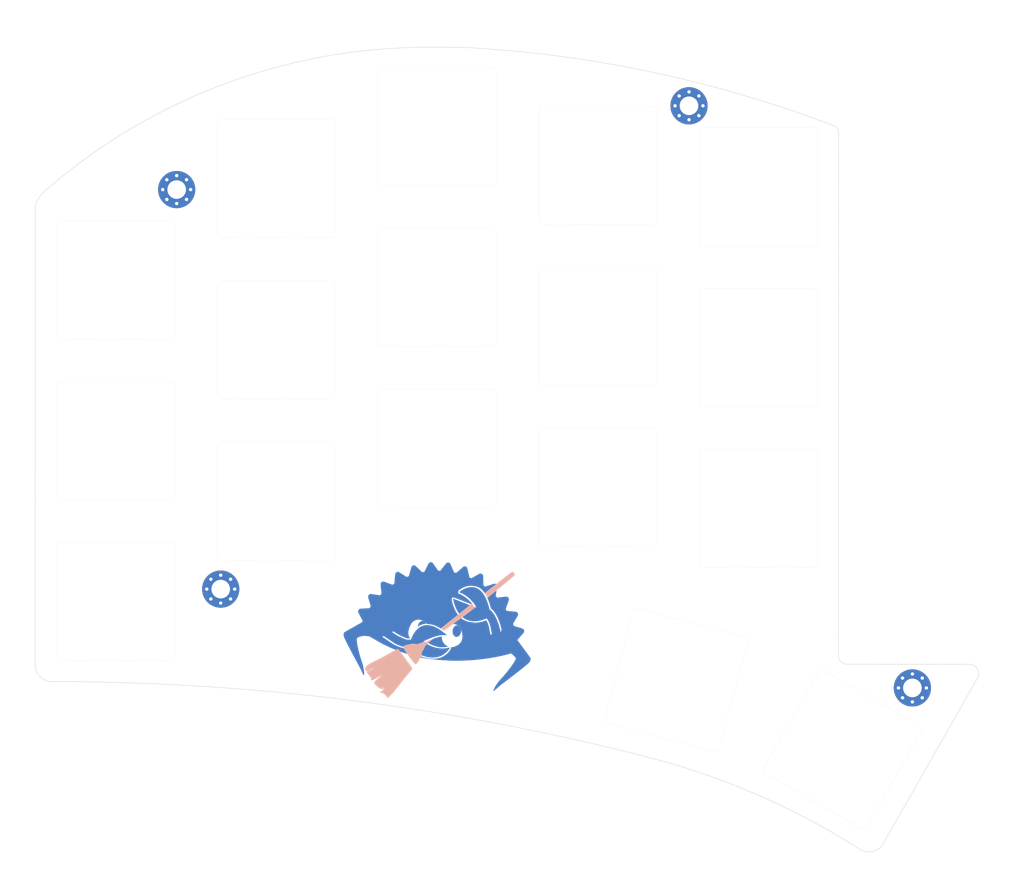
<source format=kicad_pcb>
(kicad_pcb (version 20171130) (host pcbnew "(5.1.4)-1")
  (layers (0 F.Cu signal) (31 B.Cu signal) (34 B.Paste user) (35 F.Paste user) (36 B.SilkS user) (37 F.SilkS user) (38 B.Mask user) (39 F.Mask user) (44 Edge.Cuts user))
  (net 0 "")
  (net 1 gnd)
  (module Duckyb-Parts:MX-Plate-Cuts (layer F.Cu) (at 120.98 104.008)
    (fp_text reference SW18 hide)
    (fp_text value SW_Push hide)
    (fp_arc (start 6.5 6.5) (end 6.5 7) (angle -90) (layer Edge.Cuts) (width 0.010007))
    (fp_line (start -7 -6.5) (end -7 6.490924) (layer Edge.Cuts) (width 0.010007))
    (fp_arc (start 6.5 -6.5) (end 7 -6.5) (angle -90) (layer Edge.Cuts) (width 0.010007))
    (fp_arc (start -6.5 -6.5) (end -6.5 -7) (angle -90) (layer Edge.Cuts) (width 0.010007))
    (fp_line (start -6.5 6.990924) (end 6.5 7) (layer Edge.Cuts) (width 0.010007))
    (fp_arc (start -6.5 6.490924) (end -7 6.490924) (angle -90) (layer Edge.Cuts) (width 0.010007))
    (fp_line (start -6.5 -7) (end 6.5 -7) (layer Edge.Cuts) (width 0.010007))
    (fp_line (start 7 -6.5) (end 7 6.5) (layer Edge.Cuts) (width 0.010007))
  )
  (module Duckyb-Parts:MX-Plate-Cuts (layer F.Cu) (at 111.272 124.288 345)
    (fp_text reference SW21 hide)
    (fp_text value SW_Push hide)
    (fp_arc (start 6.5 6.5) (end 6.5 7) (angle -90) (layer Edge.Cuts) (width 0.010007))
    (fp_line (start -7 -6.5) (end -7 6.490924) (layer Edge.Cuts) (width 0.010007))
    (fp_arc (start 6.5 -6.5) (end 7 -6.5) (angle -90) (layer Edge.Cuts) (width 0.010007))
    (fp_arc (start -6.5 -6.5) (end -6.5 -7) (angle -90) (layer Edge.Cuts) (width 0.010007))
    (fp_line (start -6.5 6.990924) (end 6.5 7) (layer Edge.Cuts) (width 0.010007))
    (fp_arc (start -6.5 6.490924) (end -7 6.490924) (angle -90) (layer Edge.Cuts) (width 0.010007))
    (fp_line (start -6.5 -7) (end 6.5 -7) (layer Edge.Cuts) (width 0.010007))
    (fp_line (start 7 -6.5) (end 7 6.5) (layer Edge.Cuts) (width 0.010007))
  )
  (module Duckyb-Parts:MX-Plate-Cuts (layer F.Cu) (at 130.95 132.504 330)
    (fp_text reference SW20 hide)
    (fp_text value SW_Push hide)
    (fp_arc (start 6.5 6.5) (end 6.5 7) (angle -90) (layer Edge.Cuts) (width 0.010007))
    (fp_line (start -7 -6.5) (end -7 6.490924) (layer Edge.Cuts) (width 0.010007))
    (fp_arc (start 6.5 -6.5) (end 7 -6.5) (angle -90) (layer Edge.Cuts) (width 0.010007))
    (fp_arc (start -6.5 -6.5) (end -6.5 -7) (angle -90) (layer Edge.Cuts) (width 0.010007))
    (fp_line (start -6.5 6.990924) (end 6.5 7) (layer Edge.Cuts) (width 0.010007))
    (fp_arc (start -6.5 6.490924) (end -7 6.490924) (angle -90) (layer Edge.Cuts) (width 0.010007))
    (fp_line (start -6.5 -7) (end 6.5 -7) (layer Edge.Cuts) (width 0.010007))
    (fp_line (start 7 -6.5) (end 7 6.5) (layer Edge.Cuts) (width 0.010007))
  )
  (module Duckyb-Parts:MX-Plate-Cuts (layer F.Cu) (at 102 101.468)
    (fp_text reference SW17 hide)
    (fp_text value SW_Push hide)
    (fp_arc (start 6.5 6.5) (end 6.5 7) (angle -90) (layer Edge.Cuts) (width 0.010007))
    (fp_line (start -7 -6.5) (end -7 6.490924) (layer Edge.Cuts) (width 0.010007))
    (fp_arc (start 6.5 -6.5) (end 7 -6.5) (angle -90) (layer Edge.Cuts) (width 0.010007))
    (fp_arc (start -6.5 -6.5) (end -6.5 -7) (angle -90) (layer Edge.Cuts) (width 0.010007))
    (fp_line (start -6.5 6.990924) (end 6.5 7) (layer Edge.Cuts) (width 0.010007))
    (fp_arc (start -6.5 6.490924) (end -7 6.490924) (angle -90) (layer Edge.Cuts) (width 0.010007))
    (fp_line (start -6.5 -7) (end 6.5 -7) (layer Edge.Cuts) (width 0.010007))
    (fp_line (start 7 -6.5) (end 7 6.5) (layer Edge.Cuts) (width 0.010007))
  )
  (module Duckyb-Parts:MX-Plate-Cuts (layer F.Cu) (at 83 96.896)
    (fp_text reference SW16 hide)
    (fp_text value SW_Push hide)
    (fp_arc (start 6.5 6.5) (end 6.5 7) (angle -90) (layer Edge.Cuts) (width 0.010007))
    (fp_line (start -7 -6.5) (end -7 6.490924) (layer Edge.Cuts) (width 0.010007))
    (fp_arc (start 6.5 -6.5) (end 7 -6.5) (angle -90) (layer Edge.Cuts) (width 0.010007))
    (fp_arc (start -6.5 -6.5) (end -6.5 -7) (angle -90) (layer Edge.Cuts) (width 0.010007))
    (fp_line (start -6.5 6.990924) (end 6.5 7) (layer Edge.Cuts) (width 0.010007))
    (fp_arc (start -6.5 6.490924) (end -7 6.490924) (angle -90) (layer Edge.Cuts) (width 0.010007))
    (fp_line (start -6.5 -7) (end 6.5 -7) (layer Edge.Cuts) (width 0.010007))
    (fp_line (start 7 -6.5) (end 7 6.5) (layer Edge.Cuts) (width 0.010007))
  )
  (module Duckyb-Parts:MX-Plate-Cuts (layer F.Cu) (at 64.008 103.124)
    (fp_text reference SW15 hide)
    (fp_text value SW_Push hide)
    (fp_arc (start 6.5 6.5) (end 6.5 7) (angle -90) (layer Edge.Cuts) (width 0.010007))
    (fp_line (start -7 -6.5) (end -7 6.490924) (layer Edge.Cuts) (width 0.010007))
    (fp_arc (start 6.5 -6.5) (end 7 -6.5) (angle -90) (layer Edge.Cuts) (width 0.010007))
    (fp_arc (start -6.5 -6.5) (end -6.5 -7) (angle -90) (layer Edge.Cuts) (width 0.010007))
    (fp_line (start -6.5 6.990924) (end 6.5 7) (layer Edge.Cuts) (width 0.010007))
    (fp_arc (start -6.5 6.490924) (end -7 6.490924) (angle -90) (layer Edge.Cuts) (width 0.010007))
    (fp_line (start -6.5 -7) (end 6.5 -7) (layer Edge.Cuts) (width 0.010007))
    (fp_line (start 7 -6.5) (end 7 6.5) (layer Edge.Cuts) (width 0.010007))
  )
  (module Duckyb-Parts:MX-Plate-Cuts (layer F.Cu) (at 45 115)
    (fp_text reference SW14 hide)
    (fp_text value SW_Push hide)
    (fp_arc (start 6.5 6.5) (end 6.5 7) (angle -90) (layer Edge.Cuts) (width 0.010007))
    (fp_line (start -7 -6.5) (end -7 6.490924) (layer Edge.Cuts) (width 0.010007))
    (fp_arc (start 6.5 -6.5) (end 7 -6.5) (angle -90) (layer Edge.Cuts) (width 0.010007))
    (fp_arc (start -6.5 -6.5) (end -6.5 -7) (angle -90) (layer Edge.Cuts) (width 0.010007))
    (fp_line (start -6.5 6.990924) (end 6.5 7) (layer Edge.Cuts) (width 0.010007))
    (fp_arc (start -6.5 6.490924) (end -7 6.490924) (angle -90) (layer Edge.Cuts) (width 0.010007))
    (fp_line (start -6.5 -7) (end 6.5 -7) (layer Edge.Cuts) (width 0.010007))
    (fp_line (start 7 -6.5) (end 7 6.5) (layer Edge.Cuts) (width 0.010007))
  )
  (module Duckyb-Parts:MX-Plate-Cuts (layer F.Cu) (at 120.98 84.99)
    (fp_text reference SW12 hide)
    (fp_text value SW_Push hide)
    (fp_arc (start 6.5 6.5) (end 6.5 7) (angle -90) (layer Edge.Cuts) (width 0.010007))
    (fp_line (start -7 -6.5) (end -7 6.490924) (layer Edge.Cuts) (width 0.010007))
    (fp_arc (start 6.5 -6.5) (end 7 -6.5) (angle -90) (layer Edge.Cuts) (width 0.010007))
    (fp_arc (start -6.5 -6.5) (end -6.5 -7) (angle -90) (layer Edge.Cuts) (width 0.010007))
    (fp_line (start -6.5 6.990924) (end 6.5 7) (layer Edge.Cuts) (width 0.010007))
    (fp_arc (start -6.5 6.490924) (end -7 6.490924) (angle -90) (layer Edge.Cuts) (width 0.010007))
    (fp_line (start -6.5 -7) (end 6.5 -7) (layer Edge.Cuts) (width 0.010007))
    (fp_line (start 7 -6.5) (end 7 6.5) (layer Edge.Cuts) (width 0.010007))
  )
  (module Duckyb-Parts:MX-Plate-Cuts (layer F.Cu) (at 102 82.45)
    (fp_text reference SW11 hide)
    (fp_text value SW_Push hide)
    (fp_arc (start 6.5 6.5) (end 6.5 7) (angle -90) (layer Edge.Cuts) (width 0.010007))
    (fp_line (start -7 -6.5) (end -7 6.490924) (layer Edge.Cuts) (width 0.010007))
    (fp_arc (start 6.5 -6.5) (end 7 -6.5) (angle -90) (layer Edge.Cuts) (width 0.010007))
    (fp_arc (start -6.5 -6.5) (end -6.5 -7) (angle -90) (layer Edge.Cuts) (width 0.010007))
    (fp_line (start -6.5 6.990924) (end 6.5 7) (layer Edge.Cuts) (width 0.010007))
    (fp_arc (start -6.5 6.490924) (end -7 6.490924) (angle -90) (layer Edge.Cuts) (width 0.010007))
    (fp_line (start -6.5 -7) (end 6.5 -7) (layer Edge.Cuts) (width 0.010007))
    (fp_line (start 7 -6.5) (end 7 6.5) (layer Edge.Cuts) (width 0.010007))
  )
  (module Duckyb-Parts:MX-Plate-Cuts (layer F.Cu) (at 83 77.878)
    (fp_text reference SW10 hide)
    (fp_text value SW_Push hide)
    (fp_arc (start 6.5 6.5) (end 6.5 7) (angle -90) (layer Edge.Cuts) (width 0.010007))
    (fp_line (start -7 -6.5) (end -7 6.490924) (layer Edge.Cuts) (width 0.010007))
    (fp_arc (start 6.5 -6.5) (end 7 -6.5) (angle -90) (layer Edge.Cuts) (width 0.010007))
    (fp_arc (start -6.5 -6.5) (end -6.5 -7) (angle -90) (layer Edge.Cuts) (width 0.010007))
    (fp_line (start -6.5 6.990924) (end 6.5 7) (layer Edge.Cuts) (width 0.010007))
    (fp_arc (start -6.5 6.490924) (end -7 6.490924) (angle -90) (layer Edge.Cuts) (width 0.010007))
    (fp_line (start -6.5 -7) (end 6.5 -7) (layer Edge.Cuts) (width 0.010007))
    (fp_line (start 7 -6.5) (end 7 6.5) (layer Edge.Cuts) (width 0.010007))
  )
  (module Duckyb-Parts:MX-Plate-Cuts (layer F.Cu) (at 64 84.074)
    (fp_text reference SW9 hide)
    (fp_text value SW_Push hide)
    (fp_arc (start 6.5 6.5) (end 6.5 7) (angle -90) (layer Edge.Cuts) (width 0.010007))
    (fp_line (start -7 -6.5) (end -7 6.490924) (layer Edge.Cuts) (width 0.010007))
    (fp_arc (start 6.5 -6.5) (end 7 -6.5) (angle -90) (layer Edge.Cuts) (width 0.010007))
    (fp_arc (start -6.5 -6.5) (end -6.5 -7) (angle -90) (layer Edge.Cuts) (width 0.010007))
    (fp_line (start -6.5 6.990924) (end 6.5 7) (layer Edge.Cuts) (width 0.010007))
    (fp_arc (start -6.5 6.490924) (end -7 6.490924) (angle -90) (layer Edge.Cuts) (width 0.010007))
    (fp_line (start -6.5 -7) (end 6.5 -7) (layer Edge.Cuts) (width 0.010007))
    (fp_line (start 7 -6.5) (end 7 6.5) (layer Edge.Cuts) (width 0.010007))
  )
  (module Duckyb-Parts:MX-Plate-Cuts (layer F.Cu) (at 45 96)
    (fp_text reference SW8 hide)
    (fp_text value SW_Push hide)
    (fp_arc (start 6.5 6.5) (end 6.5 7) (angle -90) (layer Edge.Cuts) (width 0.010007))
    (fp_line (start -7 -6.5) (end -7 6.490924) (layer Edge.Cuts) (width 0.010007))
    (fp_arc (start 6.5 -6.5) (end 7 -6.5) (angle -90) (layer Edge.Cuts) (width 0.010007))
    (fp_arc (start -6.5 -6.5) (end -6.5 -7) (angle -90) (layer Edge.Cuts) (width 0.010007))
    (fp_line (start -6.5 6.990924) (end 6.5 7) (layer Edge.Cuts) (width 0.010007))
    (fp_arc (start -6.5 6.490924) (end -7 6.490924) (angle -90) (layer Edge.Cuts) (width 0.010007))
    (fp_line (start -6.5 -7) (end 6.5 -7) (layer Edge.Cuts) (width 0.010007))
    (fp_line (start 7 -6.5) (end 7 6.5) (layer Edge.Cuts) (width 0.010007))
  )
  (module Duckyb-Parts:MX-Plate-Cuts (layer F.Cu) (at 121 66)
    (fp_text reference SW6 hide)
    (fp_text value SW_Push hide)
    (fp_arc (start 6.5 6.5) (end 6.5 7) (angle -90) (layer Edge.Cuts) (width 0.010007))
    (fp_line (start -7 -6.5) (end -7 6.490924) (layer Edge.Cuts) (width 0.010007))
    (fp_arc (start 6.5 -6.5) (end 7 -6.5) (angle -90) (layer Edge.Cuts) (width 0.010007))
    (fp_arc (start -6.5 -6.5) (end -6.5 -7) (angle -90) (layer Edge.Cuts) (width 0.010007))
    (fp_line (start -6.5 6.990924) (end 6.5 7) (layer Edge.Cuts) (width 0.010007))
    (fp_arc (start -6.5 6.490924) (end -7 6.490924) (angle -90) (layer Edge.Cuts) (width 0.010007))
    (fp_line (start -6.5 -7) (end 6.5 -7) (layer Edge.Cuts) (width 0.010007))
    (fp_line (start 7 -6.5) (end 7 6.5) (layer Edge.Cuts) (width 0.010007))
  )
  (module Duckyb-Parts:MX-Plate-Cuts (layer F.Cu) (at 101.994 63.432)
    (fp_text reference SW5 hide)
    (fp_text value SW_Push hide)
    (fp_arc (start 6.5 6.5) (end 6.5 7) (angle -90) (layer Edge.Cuts) (width 0.010007))
    (fp_line (start -7 -6.5) (end -7 6.490924) (layer Edge.Cuts) (width 0.010007))
    (fp_arc (start 6.5 -6.5) (end 7 -6.5) (angle -90) (layer Edge.Cuts) (width 0.010007))
    (fp_arc (start -6.5 -6.5) (end -6.5 -7) (angle -90) (layer Edge.Cuts) (width 0.010007))
    (fp_line (start -6.5 6.990924) (end 6.5 7) (layer Edge.Cuts) (width 0.010007))
    (fp_arc (start -6.5 6.490924) (end -7 6.490924) (angle -90) (layer Edge.Cuts) (width 0.010007))
    (fp_line (start -6.5 -7) (end 6.5 -7) (layer Edge.Cuts) (width 0.010007))
    (fp_line (start 7 -6.5) (end 7 6.5) (layer Edge.Cuts) (width 0.010007))
  )
  (module Duckyb-Parts:MX-Plate-Cuts (layer F.Cu) (at 83 58.86)
    (fp_text reference SW4 hide)
    (fp_text value SW_Push hide)
    (fp_arc (start 6.5 6.5) (end 6.5 7) (angle -90) (layer Edge.Cuts) (width 0.010007))
    (fp_line (start -7 -6.5) (end -7 6.490924) (layer Edge.Cuts) (width 0.010007))
    (fp_arc (start 6.5 -6.5) (end 7 -6.5) (angle -90) (layer Edge.Cuts) (width 0.010007))
    (fp_arc (start -6.5 -6.5) (end -6.5 -7) (angle -90) (layer Edge.Cuts) (width 0.010007))
    (fp_line (start -6.5 6.990924) (end 6.5 7) (layer Edge.Cuts) (width 0.010007))
    (fp_arc (start -6.5 6.490924) (end -7 6.490924) (angle -90) (layer Edge.Cuts) (width 0.010007))
    (fp_line (start -6.5 -7) (end 6.5 -7) (layer Edge.Cuts) (width 0.010007))
    (fp_line (start 7 -6.5) (end 7 6.5) (layer Edge.Cuts) (width 0.010007))
  )
  (module Duckyb-Parts:MX-Plate-Cuts (layer F.Cu) (at 64 65)
    (fp_text reference SW3 hide)
    (fp_text value SW_Push hide)
    (fp_arc (start 6.5 6.5) (end 6.5 7) (angle -90) (layer Edge.Cuts) (width 0.010007))
    (fp_line (start -7 -6.5) (end -7 6.490924) (layer Edge.Cuts) (width 0.010007))
    (fp_arc (start 6.5 -6.5) (end 7 -6.5) (angle -90) (layer Edge.Cuts) (width 0.010007))
    (fp_arc (start -6.5 -6.5) (end -6.5 -7) (angle -90) (layer Edge.Cuts) (width 0.010007))
    (fp_line (start -6.5 6.990924) (end 6.5 7) (layer Edge.Cuts) (width 0.010007))
    (fp_arc (start -6.5 6.490924) (end -7 6.490924) (angle -90) (layer Edge.Cuts) (width 0.010007))
    (fp_line (start -6.5 -7) (end 6.5 -7) (layer Edge.Cuts) (width 0.010007))
    (fp_line (start 7 -6.5) (end 7 6.5) (layer Edge.Cuts) (width 0.010007))
  )
  (module Duckyb-Parts:MX-Plate-Cuts (layer F.Cu) (at 45 77)
    (fp_text reference SW2 hide)
    (fp_text value SW_Push hide)
    (fp_arc (start 6.5 6.5) (end 6.5 7) (angle -90) (layer Edge.Cuts) (width 0.010007))
    (fp_line (start -7 -6.5) (end -7 6.490924) (layer Edge.Cuts) (width 0.010007))
    (fp_arc (start 6.5 -6.5) (end 7 -6.5) (angle -90) (layer Edge.Cuts) (width 0.010007))
    (fp_arc (start -6.5 -6.5) (end -6.5 -7) (angle -90) (layer Edge.Cuts) (width 0.010007))
    (fp_line (start -6.5 6.990924) (end 6.5 7) (layer Edge.Cuts) (width 0.010007))
    (fp_arc (start -6.5 6.490924) (end -7 6.490924) (angle -90) (layer Edge.Cuts) (width 0.010007))
    (fp_line (start -6.5 -7) (end 6.5 -7) (layer Edge.Cuts) (width 0.010007))
    (fp_line (start 7 -6.5) (end 7 6.5) (layer Edge.Cuts) (width 0.010007))
  )
  (module MountingHole:MountingHole_3.2mm_M3 (layer F.Cu) (at 92.456 106.045)
    (fp_text reference Puck3 hide)
    (fp_text value MountingHole_3.2mm_M3)
    (pad 1 np_thru_hole circle (at 0 0) (size 3.2 3.2) (drill 3.2) (layers *.Cu *.Mask))
  )
  (module MountingHole:MountingHole_3.2mm_M3 (layer F.Cu) (at 73.406 86.995)
    (fp_text reference Puck4 hide)
    (fp_text value MountingHole_3.2mm_M3)
    (pad 1 np_thru_hole circle (at 0 0) (size 3.2 3.2) (drill 3.2) (layers *.Cu *.Mask))
  )
  (module MountingHole:MountingHole_3.2mm_M3 (layer F.Cu) (at 111.506 86.995)
    (fp_text reference Puck2 hide)
    (fp_text value MountingHole_3.2mm_M3)
    (pad 1 np_thru_hole circle (at 0 0) (size 3.2 3.2) (drill 3.2) (layers *.Cu *.Mask))
  )
  (module MountingHole:MountingHole_3.2mm_M3 (layer F.Cu) (at 92.456 67.945)
    (fp_text reference Puck1 hide)
    (fp_text value MountingHole_3.2mm_M3)
    (pad 1 np_thru_hole circle (at 0 0) (size 3.2 3.2) (drill 3.2) (layers *.Cu *.Mask))
  )
  (module MountingHole:MountingHole_2.2mm_M2_Pad_Via (layer F.Cu) (at 57.404 113.538)
    (fp_text reference "Mounting 03" hide)
    (fp_text value MountingHole_2.2mm_M2_Pad_Via)
    (pad 1 thru_hole circle (at 1.166726 -1.166726) (size 0.7 0.7) (drill 0.4) (layers *.Cu *.Mask))
    (pad 1 thru_hole circle (at 0 -1.65) (size 0.7 0.7) (drill 0.4) (layers *.Cu *.Mask))
    (pad 1 thru_hole circle (at -1.166726 -1.166726) (size 0.7 0.7) (drill 0.4) (layers *.Cu *.Mask))
    (pad 1 thru_hole circle (at -1.65 0) (size 0.7 0.7) (drill 0.4) (layers *.Cu *.Mask))
    (pad 1 thru_hole circle (at -1.166726 1.166726) (size 0.7 0.7) (drill 0.4) (layers *.Cu *.Mask))
    (pad 1 thru_hole circle (at 0 1.65) (size 0.7 0.7) (drill 0.4) (layers *.Cu *.Mask))
    (pad 1 thru_hole circle (at 1.166726 1.166726) (size 0.7 0.7) (drill 0.4) (layers *.Cu *.Mask))
    (pad 1 thru_hole circle (at 1.65 0) (size 0.7 0.7) (drill 0.4) (layers *.Cu *.Mask))
    (pad 1 thru_hole circle (at 0 0) (size 4.4 4.4) (drill 2.2) (layers *.Cu *.Mask))
  )
  (module MountingHole:MountingHole_2.2mm_M2_Pad_Via (layer F.Cu) (at 139.192 125.222)
    (fp_text reference "Mounting 02" hide)
    (fp_text value MountingHole_2.2mm_M2_Pad_Via)
    (pad 1 thru_hole circle (at 1.166726 -1.166726) (size 0.7 0.7) (drill 0.4) (layers *.Cu *.Mask))
    (pad 1 thru_hole circle (at 0 -1.65) (size 0.7 0.7) (drill 0.4) (layers *.Cu *.Mask))
    (pad 1 thru_hole circle (at -1.166726 -1.166726) (size 0.7 0.7) (drill 0.4) (layers *.Cu *.Mask))
    (pad 1 thru_hole circle (at -1.65 0) (size 0.7 0.7) (drill 0.4) (layers *.Cu *.Mask))
    (pad 1 thru_hole circle (at -1.166726 1.166726) (size 0.7 0.7) (drill 0.4) (layers *.Cu *.Mask))
    (pad 1 thru_hole circle (at 0 1.65) (size 0.7 0.7) (drill 0.4) (layers *.Cu *.Mask))
    (pad 1 thru_hole circle (at 1.166726 1.166726) (size 0.7 0.7) (drill 0.4) (layers *.Cu *.Mask))
    (pad 1 thru_hole circle (at 1.65 0) (size 0.7 0.7) (drill 0.4) (layers *.Cu *.Mask))
    (pad 1 thru_hole circle (at 0 0) (size 4.4 4.4) (drill 2.2) (layers *.Cu *.Mask))
  )
  (module MountingHole:MountingHole_2.2mm_M2_Pad_Via (layer F.Cu) (at 112.776 56.388)
    (fp_text reference "Mounting 01" hide)
    (fp_text value MountingHole_2.2mm_M2_Pad_Via)
    (pad 1 thru_hole circle (at 1.166726 -1.166726) (size 0.7 0.7) (drill 0.4) (layers *.Cu *.Mask))
    (pad 1 thru_hole circle (at 0 -1.65) (size 0.7 0.7) (drill 0.4) (layers *.Cu *.Mask))
    (pad 1 thru_hole circle (at -1.166726 -1.166726) (size 0.7 0.7) (drill 0.4) (layers *.Cu *.Mask))
    (pad 1 thru_hole circle (at -1.65 0) (size 0.7 0.7) (drill 0.4) (layers *.Cu *.Mask))
    (pad 1 thru_hole circle (at -1.166726 1.166726) (size 0.7 0.7) (drill 0.4) (layers *.Cu *.Mask))
    (pad 1 thru_hole circle (at 0 1.65) (size 0.7 0.7) (drill 0.4) (layers *.Cu *.Mask))
    (pad 1 thru_hole circle (at 1.166726 1.166726) (size 0.7 0.7) (drill 0.4) (layers *.Cu *.Mask))
    (pad 1 thru_hole circle (at 1.65 0) (size 0.7 0.7) (drill 0.4) (layers *.Cu *.Mask))
    (pad 1 thru_hole circle (at 0 0) (size 4.4 4.4) (drill 2.2) (layers *.Cu *.Mask))
  )
  (module MountingHole:MountingHole_2.2mm_M2_Pad_Via (layer F.Cu) (at 52.197 66.294)
    (fp_text reference "Mounting 04" hide)
    (fp_text value MountingHole_2.2mm_M2_Pad_Via)
    (pad 1 thru_hole circle (at 1.166726 -1.166726) (size 0.7 0.7) (drill 0.4) (layers *.Cu *.Mask))
    (pad 1 thru_hole circle (at 0 -1.65) (size 0.7 0.7) (drill 0.4) (layers *.Cu *.Mask))
    (pad 1 thru_hole circle (at -1.166726 -1.166726) (size 0.7 0.7) (drill 0.4) (layers *.Cu *.Mask))
    (pad 1 thru_hole circle (at -1.65 0) (size 0.7 0.7) (drill 0.4) (layers *.Cu *.Mask))
    (pad 1 thru_hole circle (at -1.166726 1.166726) (size 0.7 0.7) (drill 0.4) (layers *.Cu *.Mask))
    (pad 1 thru_hole circle (at 0 1.65) (size 0.7 0.7) (drill 0.4) (layers *.Cu *.Mask))
    (pad 1 thru_hole circle (at 1.166726 1.166726) (size 0.7 0.7) (drill 0.4) (layers *.Cu *.Mask))
    (pad 1 thru_hole circle (at 1.65 0) (size 0.7 0.7) (drill 0.4) (layers *.Cu *.Mask))
    (pad 1 thru_hole circle (at 0 0) (size 4.4 4.4) (drill 2.2) (layers *.Cu *.Mask))
  )
  (module Kailh:ferris_broom (layer B.Cu) (at 84.455 118.745 173)
    (fp_text reference G*** hide)
    (fp_text value LOGO hide)
    (fp_poly (pts (xy -2.070755 5.735079) (xy -2.013767 5.733193) (xy -1.962647 5.729706) (xy -1.947334 5.728157) (xy -1.91579 5.72403) (xy -1.878997 5.7183) (xy -1.841135 5.711737) (xy -1.806387 5.705109) (xy -1.778935 5.699187) (xy -1.762962 5.694739) (xy -1.761197 5.693913) (xy -1.749383 5.689933) (xy -1.733913 5.686542) (xy -1.69976 5.678685) (xy -1.654944 5.666018) (xy -1.604482 5.650132) (xy -1.553391 5.632615) (xy -1.506685 5.615056) (xy -1.500717 5.612659) (xy -1.452864 5.593201) (xy -1.41605 5.578176) (xy -1.397757 5.569244) (xy -1.388734 5.561978) (xy -1.388534 5.561206) (xy -1.381213 5.555741) (xy -1.363354 5.550046) (xy -1.361017 5.54952) (xy -1.334178 5.540519) (xy -1.312334 5.52897) (xy -1.296618 5.519291) (xy -1.269751 5.503909) (xy -1.235579 5.484988) (xy -1.20015 5.465865) (xy -1.165151 5.446711) (xy -1.136388 5.43002) (xy -1.116756 5.41754) (xy -1.109147 5.411019) (xy -1.109134 5.410901) (xy -1.10226 5.403266) (xy -1.08585 5.394053) (xy -1.067279 5.384314) (xy -1.042639 5.369673) (xy -1.017625 5.353721) (xy -0.997933 5.340048) (xy -0.9906 5.334) (xy -0.981678 5.327142) (xy -0.963529 5.314319) (xy -0.950384 5.305308) (xy -0.929902 5.290103) (xy -0.916869 5.277912) (xy -0.9144 5.273582) (xy -0.907692 5.266773) (xy -0.903817 5.26626) (xy -0.891672 5.261021) (xy -0.87273 5.247713) (xy -0.861947 5.238743) (xy -0.83469 5.215391) (xy -0.805662 5.191395) (xy -0.798736 5.185833) (xy -0.783298 5.173272) (xy -0.766052 5.158572) (xy -0.744798 5.139762) (xy -0.717335 5.114874) (xy -0.681463 5.08194) (xy -0.645536 5.048757) (xy -0.620612 5.023913) (xy -0.5975 4.997804) (xy -0.57919 4.974145) (xy -0.568671 4.956653) (xy -0.567267 4.951469) (xy -0.574481 4.944193) (xy -0.592494 4.934555) (xy -0.615857 4.924975) (xy -0.639126 4.917873) (xy -0.646085 4.916446) (xy -0.66792 4.910824) (xy -0.688468 4.903524) (xy -0.709079 4.896441) (xy -0.723126 4.893733) (xy -0.736557 4.891119) (xy -0.760155 4.884352) (xy -0.781842 4.877256) (xy -0.807062 4.869305) (xy -0.824412 4.865225) (xy -0.829734 4.865593) (xy -0.834929 4.865546) (xy -0.840317 4.861881) (xy -0.855473 4.854392) (xy -0.878215 4.847573) (xy -0.880534 4.847062) (xy -0.905832 4.839411) (xy -0.926267 4.82956) (xy -0.926868 4.829151) (xy -0.94749 4.819766) (xy -0.96086 4.817533) (xy -0.979529 4.813619) (xy -1.003289 4.803975) (xy -1.007659 4.801729) (xy -1.035188 4.789332) (xy -1.062581 4.780376) (xy -1.064684 4.779889) (xy -1.083341 4.77372) (xy -1.092105 4.76673) (xy -1.0922 4.76606) (xy -1.099409 4.760066) (xy -1.112072 4.758267) (xy -1.132942 4.75281) (xy -1.151467 4.741333) (xy -1.169281 4.729143) (xy -1.183206 4.7244) (xy -1.199285 4.720663) (xy -1.217894 4.712669) (xy -1.23352 4.704764) (xy -1.26091 4.691156) (xy -1.296604 4.673555) (xy -1.337143 4.653672) (xy -1.350434 4.647174) (xy -1.389858 4.627766) (xy -1.423633 4.610852) (xy -1.448933 4.59787) (xy -1.462935 4.590257) (xy -1.464734 4.589042) (xy -1.474577 4.582584) (xy -1.492773 4.5728) (xy -1.494367 4.572) (xy -1.512926 4.562153) (xy -1.523685 4.555359) (xy -1.524 4.555067) (xy -1.533841 4.548685) (xy -1.552032 4.538937) (xy -1.553634 4.538133) (xy -1.572192 4.528291) (xy -1.582951 4.521505) (xy -1.583267 4.521213) (xy -1.593061 4.514343) (xy -1.615209 4.501387) (xy -1.646767 4.483895) (xy -1.66297 4.472895) (xy -1.669742 4.466167) (xy -1.681018 4.458082) (xy -1.68361 4.4577) (xy -1.694208 4.453086) (xy -1.71368 4.441126) (xy -1.732602 4.428096) (xy -1.755478 4.412672) (xy -1.77295 4.40277) (xy -1.780117 4.40058) (xy -1.786238 4.396375) (xy -1.786467 4.3942) (xy -1.79291 4.385979) (xy -1.794934 4.385733) (xy -1.807142 4.380633) (xy -1.820334 4.370917) (xy -1.840889 4.352931) (xy -1.8542 4.341283) (xy -1.869873 4.33012) (xy -1.8796 4.326467) (xy -1.887821 4.320024) (xy -1.888067 4.318) (xy -1.894943 4.310532) (xy -1.901033 4.309533) (xy -1.91516 4.302683) (xy -1.918872 4.296833) (xy -1.929139 4.285588) (xy -1.934834 4.284133) (xy -1.946994 4.280058) (xy -1.948745 4.277783) (xy -1.956307 4.269799) (xy -1.973742 4.254458) (xy -1.997562 4.234807) (xy -2.002367 4.23096) (xy -2.05897 4.185366) (xy -2.107345 4.145084) (xy -2.152571 4.105695) (xy -2.199724 4.062784) (xy -2.25082 4.014837) (xy -2.282144 3.986602) (xy -2.31506 3.959258) (xy -2.343577 3.937729) (xy -2.3495 3.933712) (xy -2.382716 3.908023) (xy -2.422294 3.871176) (xy -2.465482 3.826283) (xy -2.509527 3.776456) (xy -2.551678 3.724809) (xy -2.589183 3.674454) (xy -2.619144 3.628746) (xy -2.632928 3.60764) (xy -2.652372 3.580174) (xy -2.668043 3.559171) (xy -2.690166 3.527118) (xy -2.712998 3.489087) (xy -2.727361 3.461805) (xy -2.741979 3.433921) (xy -2.755504 3.412175) (xy -2.765069 3.401168) (xy -2.765246 3.401062) (xy -2.776185 3.389869) (xy -2.772838 3.38069) (xy -2.761979 3.3782) (xy -2.745394 3.38026) (xy -2.719645 3.385523) (xy -2.703126 3.389552) (xy -2.659361 3.400905) (xy -2.296252 3.040302) (xy -2.179516 2.924591) (xy -2.064878 2.811389) (xy -1.953713 2.702039) (xy -1.847395 2.597883) (xy -1.747298 2.500265) (xy -1.654795 2.410526) (xy -1.57126 2.33001) (xy -1.498069 2.260059) (xy -1.490134 2.252522) (xy -1.435936 2.201049) (xy -1.392906 2.159989) (xy -1.359926 2.1281) (xy -1.335881 2.104141) (xy -1.319654 2.086869) (xy -1.310128 2.075042) (xy -1.306187 2.067418) (xy -1.306715 2.062755) (xy -1.310595 2.05981) (xy -1.31522 2.057912) (xy -1.335836 2.04737) (xy -1.347003 2.039052) (xy -1.360058 2.029955) (xy -1.383666 2.016257) (xy -1.413109 2.000674) (xy -1.418167 1.998126) (xy -1.449636 1.981792) (xy -1.47753 1.966258) (xy -1.496319 1.954618) (xy -1.497626 1.953683) (xy -1.517702 1.942744) (xy -1.533609 1.938867) (xy -1.546724 1.934474) (xy -1.5494 1.928989) (xy -1.552509 1.92298) (xy -1.554445 1.924155) (xy -1.564266 1.92363) (xy -1.582504 1.916106) (xy -1.588569 1.912866) (xy -1.609834 1.902294) (xy -1.625786 1.896729) (xy -1.627975 1.896481) (xy -1.642532 1.89276) (xy -1.660765 1.884708) (xy -1.69831 1.868494) (xy -1.74143 1.854734) (xy -1.766179 1.849081) (xy -1.786701 1.844) (xy -1.798574 1.839186) (xy -1.814186 1.832973) (xy -1.824567 1.830496) (xy -1.846536 1.826373) (xy -1.858182 1.823299) (xy -1.865883 1.819529) (xy -1.8669 1.818913) (xy -1.880912 1.813315) (xy -1.90606 1.80559) (xy -1.936925 1.797166) (xy -1.96809 1.789471) (xy -1.994134 1.783934) (xy -2.0066 1.782091) (xy -2.028804 1.778781) (xy -2.056421 1.772863) (xy -2.061634 1.771551) (xy -2.086245 1.765782) (xy -2.10518 1.762402) (xy -2.1082 1.762121) (xy -2.124082 1.760743) (xy -2.148861 1.758045) (xy -2.159 1.756841) (xy -2.305927 1.744119) (xy -2.460366 1.740238) (xy -2.616413 1.745054) (xy -2.768162 1.758421) (xy -2.878667 1.774503) (xy -2.906407 1.779029) (xy -2.931223 1.782618) (xy -2.955197 1.786837) (xy -2.983266 1.793214) (xy -2.986257 1.793986) (xy -3.042283 1.808501) (xy -3.082076 1.818429) (xy -3.105611 1.823765) (xy -3.1115 1.82473) (xy -3.127667 1.82777) (xy -3.151485 1.833749) (xy -3.174475 1.840449) (xy -3.183467 1.843551) (xy -3.198545 1.847117) (xy -3.202785 1.846988) (xy -3.21378 1.849392) (xy -3.234258 1.85712) (xy -3.246771 1.862577) (xy -3.270943 1.872644) (xy -3.289611 1.878752) (xy -3.294782 1.8796) (xy -3.308606 1.882445) (xy -3.333658 1.889919) (xy -3.365418 1.900426) (xy -3.399364 1.912375) (xy -3.430976 1.924171) (xy -3.455733 1.934221) (xy -3.469115 1.94093) (xy -3.469422 1.941163) (xy -3.481387 1.946064) (xy -3.485257 1.944699) (xy -3.494781 1.945644) (xy -3.514807 1.953018) (xy -3.540037 1.964756) (xy -3.566417 1.977743) (xy -3.586726 1.987136) (xy -3.596168 1.990774) (xy -3.608624 1.995179) (xy -3.633452 2.005979) (xy -3.667953 2.021854) (xy -3.709424 2.041482) (xy -3.755166 2.063543) (xy -3.802478 2.086715) (xy -3.848659 2.109679) (xy -3.891009 2.131112) (xy -3.926827 2.149694) (xy -3.953413 2.164103) (xy -3.966429 2.171879) (xy -3.98478 2.183619) (xy -4.013092 2.201131) (xy -4.046745 2.221575) (xy -4.066578 2.233469) (xy -4.141123 2.277946) (xy -4.166062 2.263214) (xy -4.182833 2.25204) (xy -4.190878 2.244189) (xy -4.191 2.243637) (xy -4.196453 2.235762) (xy -4.211055 2.218735) (xy -4.232176 2.195567) (xy -4.243917 2.183086) (xy -4.282792 2.141536) (xy -4.311807 2.108922) (xy -4.333329 2.08247) (xy -4.349727 2.059403) (xy -4.350795 2.057765) (xy -4.365502 2.03706) (xy -4.377267 2.022726) (xy -4.388135 2.008492) (xy -4.403941 1.984977) (xy -4.419601 1.959976) (xy -4.436055 1.933584) (xy -4.450101 1.912459) (xy -4.458294 1.901656) (xy -4.465894 1.890317) (xy -4.478754 1.867674) (xy -4.494699 1.837636) (xy -4.503518 1.820333) (xy -4.521058 1.785565) (xy -4.537267 1.753678) (xy -4.549583 1.7297) (xy -4.553101 1.722967) (xy -4.56451 1.701134) (xy -4.573819 1.682438) (xy -4.583879 1.660939) (xy -4.59754 1.630694) (xy -4.599823 1.6256) (xy -4.615489 1.590924) (xy -4.633411 1.55167) (xy -4.644207 1.528233) (xy -4.655959 1.502202) (xy -4.663982 1.48317) (xy -4.666521 1.475356) (xy -4.669029 1.467185) (xy -4.676768 1.447947) (xy -4.686716 1.424881) (xy -4.698389 1.397194) (xy -4.706961 1.374454) (xy -4.710155 1.363458) (xy -4.716227 1.344645) (xy -4.718775 1.339882) (xy -4.726507 1.322361) (xy -4.728771 1.314482) (xy -4.733021 1.299758) (xy -4.741585 1.272692) (xy -4.753239 1.236938) (xy -4.766757 1.196147) (xy -4.780914 1.153976) (xy -4.794486 1.114076) (xy -4.806248 1.080102) (xy -4.814974 1.055707) (xy -4.818906 1.045633) (xy -4.825384 1.028109) (xy -4.833854 1.00132) (xy -4.83939 0.982133) (xy -4.848012 0.951076) (xy -4.853486 0.931763) (xy -4.857161 0.919616) (xy -4.860389 0.910054) (xy -4.861855 0.905933) (xy -4.868436 0.885379) (xy -4.876284 0.858025) (xy -4.883583 0.830562) (xy -4.888513 0.809679) (xy -4.88946 0.804333) (xy -4.892803 0.788878) (xy -4.899338 0.764723) (xy -4.902643 0.753533) (xy -4.909664 0.729081) (xy -4.914085 0.711191) (xy -4.914775 0.706967) (xy -4.91934 0.691914) (xy -4.920362 0.690033) (xy -4.92499 0.67698) (xy -4.930473 0.655055) (xy -4.935276 0.631437) (xy -4.937859 0.613305) (xy -4.937828 0.608491) (xy -4.942569 0.599489) (xy -4.953337 0.588129) (xy -4.966151 0.569374) (xy -4.969934 0.553568) (xy -4.972994 0.534634) (xy -4.980814 0.507721) (xy -4.986867 0.491066) (xy -4.996249 0.466605) (xy -5.002398 0.449303) (xy -5.003801 0.444186) (xy -4.995894 0.442635) (xy -4.974416 0.441374) (xy -4.942725 0.44054) (xy -4.907471 0.440267) (xy -4.858575 0.441078) (xy -4.825375 0.443592) (xy -4.806709 0.447925) (xy -4.80243 0.45085) (xy -4.796046 0.465159) (xy -4.789915 0.489191) (xy -4.787716 0.501754) (xy -4.782751 0.526331) (xy -4.776939 0.543089) (xy -4.774224 0.546704) (xy -4.767907 0.558099) (xy -4.766734 0.56747) (xy -4.764223 0.585366) (xy -4.757934 0.610759) (xy -4.755175 0.619887) (xy -4.746726 0.64924) (xy -4.73758 0.685216) (xy -4.732587 0.706967) (xy -4.725807 0.735286) (xy -4.719432 0.757098) (xy -4.715622 0.766233) (xy -4.710566 0.778721) (xy -4.703841 0.801902) (xy -4.699102 0.821267) (xy -4.691063 0.852638) (xy -4.682224 0.881313) (xy -4.677762 0.893233) (xy -4.670016 0.913835) (xy -4.65964 0.944425) (xy -4.648752 0.978736) (xy -4.647716 0.982133) (xy -4.635131 1.02196) (xy -4.620636 1.065324) (xy -4.60563 1.108299) (xy -4.591515 1.146961) (xy -4.57969 1.177386) (xy -4.571557 1.195648) (xy -4.571474 1.195802) (xy -4.564695 1.213623) (xy -4.563534 1.221459) (xy -4.560378 1.233487) (xy -4.551874 1.257388) (xy -4.539464 1.289521) (xy -4.524594 1.326249) (xy -4.508708 1.363931) (xy -4.493249 1.398928) (xy -4.492197 1.401233) (xy -4.482454 1.422676) (xy -4.469047 1.45235) (xy -4.457757 1.477433) (xy -4.443475 1.508535) (xy -4.429785 1.537226) (xy -4.421541 1.553633) (xy -4.410349 1.575105) (xy -4.402 1.591531) (xy -4.401901 1.591733) (xy -4.374228 1.647385) (xy -4.350719 1.693428) (xy -4.332188 1.728318) (xy -4.319447 1.750514) (xy -4.314361 1.757723) (xy -4.305518 1.76946) (xy -4.29126 1.790995) (xy -4.275667 1.816043) (xy -4.258319 1.843548) (xy -4.242421 1.866792) (xy -4.232387 1.8796) (xy -4.218581 1.897092) (xy -4.203775 1.919536) (xy -4.203045 1.920764) (xy -4.191271 1.938205) (xy -4.182417 1.947057) (xy -4.181399 1.947333) (xy -4.173653 1.953863) (xy -4.16148 1.970196) (xy -4.157068 1.977074) (xy -4.144845 1.995788) (xy -4.133378 2.008295) (xy -4.120158 2.014366) (xy -4.102676 2.013769) (xy -4.078424 2.006275) (xy -4.044891 1.991654) (xy -3.999569 1.969676) (xy -3.98215 1.961044) (xy -3.920601 1.930654) (xy -3.866749 1.904492) (xy -3.814863 1.879834) (xy -3.759208 1.853957) (xy -3.69405 1.824138) (xy -3.690595 1.822566) (xy -3.667203 1.812833) (xy -3.634343 1.800351) (xy -3.595568 1.786334) (xy -3.554424 1.771994) (xy -3.514464 1.758544) (xy -3.479234 1.747199) (xy -3.452286 1.739171) (xy -3.437169 1.735673) (xy -3.436214 1.735614) (xy -3.421173 1.731869) (xy -3.400437 1.722871) (xy -3.399381 1.722326) (xy -3.372649 1.711464) (xy -3.331096 1.698701) (xy -3.276661 1.684554) (xy -3.211282 1.669542) (xy -3.167996 1.660415) (xy -3.141615 1.654541) (xy -3.122273 1.649356) (xy -3.116167 1.647034) (xy -3.103222 1.643128) (xy -3.076296 1.637864) (xy -3.038248 1.631654) (xy -2.991935 1.624909) (xy -2.940217 1.618041) (xy -2.885953 1.611462) (xy -2.832001 1.605582) (xy -2.8194 1.604319) (xy -2.761684 1.599843) (xy -2.691766 1.596355) (xy -2.612836 1.593855) (xy -2.528081 1.592342) (xy -2.440689 1.591815) (xy -2.353849 1.592273) (xy -2.270747 1.593714) (xy -2.194573 1.596138) (xy -2.128513 1.599544) (xy -2.075757 1.603929) (xy -2.070049 1.604571) (xy -1.991895 1.614353) (xy -1.92762 1.623948) (xy -1.874184 1.633871) (xy -1.828547 1.644635) (xy -1.820334 1.646866) (xy -1.790994 1.654912) (xy -1.754472 1.664791) (xy -1.7272 1.672091) (xy -1.69622 1.680641) (xy -1.669898 1.68844) (xy -1.655234 1.693336) (xy -1.636713 1.699579) (xy -1.610391 1.707391) (xy -1.6002 1.710203) (xy -1.566846 1.720761) (xy -1.532795 1.733816) (xy -1.526582 1.736536) (xy -1.502363 1.746301) (xy -1.483152 1.751999) (xy -1.478398 1.7526) (xy -1.464053 1.757175) (xy -1.460903 1.760415) (xy -1.449873 1.767649) (xy -1.43077 1.773788) (xy -1.413037 1.77993) (xy -1.405471 1.787011) (xy -1.405467 1.787139) (xy -1.398422 1.79362) (xy -1.389676 1.794933) (xy -1.371408 1.799783) (xy -1.353692 1.80975) (xy -1.336277 1.820751) (xy -1.309127 1.835985) (xy -1.277778 1.852359) (xy -1.274234 1.854136) (xy -1.245659 1.86879) (xy -1.223428 1.880938) (xy -1.21155 1.888367) (xy -1.210734 1.889138) (xy -1.201253 1.896357) (xy -1.18268 1.90782) (xy -1.175471 1.911936) (xy -1.144442 1.929301) (xy -1.112596 1.902334) (xy -1.088531 1.880917) (xy -1.060275 1.854312) (xy -1.042025 1.836363) (xy -1.025702 1.820447) (xy -0.998926 1.794961) (xy -0.963711 1.761794) (xy -0.922072 1.722834) (xy -0.876021 1.679972) (xy -0.827573 1.635096) (xy -0.821267 1.62927) (xy -0.758406 1.571118) (xy -0.693392 1.510779) (xy -0.628105 1.450013) (xy -0.564426 1.39058) (xy -0.504238 1.334242) (xy -0.44942 1.282756) (xy -0.401854 1.237885) (xy -0.36342 1.201388) (xy -0.341395 1.180254) (xy -0.305485 1.145541) (xy -0.420701 1.139759) (xy -0.463656 1.137225) (xy -0.500768 1.134325) (xy -0.528627 1.131378) (xy -0.543824 1.128703) (xy -0.545242 1.128116) (xy -0.561252 1.124209) (xy -0.569084 1.124643) (xy -0.583235 1.124223) (xy -0.608998 1.121125) (xy -0.642426 1.116058) (xy -0.679575 1.109732) (xy -0.716499 1.102856) (xy -0.74925 1.096139) (xy -0.773883 1.09029) (xy -0.786453 1.086019) (xy -0.787151 1.085444) (xy -0.797928 1.08073) (xy -0.817879 1.077463) (xy -0.819 1.077371) (xy -0.836751 1.074004) (xy -0.866821 1.066208) (xy -0.905506 1.055025) (xy -0.949098 1.041497) (xy -0.965303 1.036245) (xy -1.012778 1.020346) (xy -1.046641 1.007985) (xy -1.069526 0.997914) (xy -1.084063 0.988883) (xy -1.092884 0.979642) (xy -1.096214 0.974091) (xy -1.10685 0.957332) (xy -1.125236 0.931971) (xy -1.148181 0.902334) (xy -1.159584 0.888217) (xy -1.192382 0.843994) (xy -1.225498 0.792074) (xy -1.255957 0.737724) (xy -1.280781 0.686208) (xy -1.29551 0.6477) (xy -1.306217 0.618567) (xy -1.320309 0.586012) (xy -1.325393 0.575471) (xy -1.337269 0.549663) (xy -1.345601 0.52771) (xy -1.34752 0.520437) (xy -1.354654 0.50122) (xy -1.359971 0.493624) (xy -1.366894 0.482099) (xy -1.378513 0.458431) (xy -1.393159 0.426168) (xy -1.407835 0.392024) (xy -1.473801 0.219116) (xy -1.524288 0.052216) (xy -1.559283 -0.108567) (xy -1.578773 -0.263125) (xy -1.582746 -0.411347) (xy -1.571188 -0.553125) (xy -1.544087 -0.68835) (xy -1.536763 -0.714729) (xy -1.522625 -0.76045) (xy -1.508301 -0.801795) (xy -1.49491 -0.835961) (xy -1.483571 -0.860144) (xy -1.475403 -0.871543) (xy -1.47396 -0.872067) (xy -1.468704 -0.879132) (xy -1.467179 -0.887449) (xy -1.462511 -0.902042) (xy -1.451301 -0.926091) (xy -1.435883 -0.954633) (xy -1.434341 -0.957299) (xy -1.357519 -1.072624) (xy -1.265833 -1.18015) (xy -1.159586 -1.279612) (xy -1.039079 -1.370748) (xy -0.904613 -1.453292) (xy -0.814617 -1.499918) (xy -0.773639 -1.518889) (xy -0.72857 -1.538253) (xy -0.682266 -1.556952) (xy -0.637585 -1.573932) (xy -0.597387 -1.588137) (xy -0.564528 -1.598512) (xy -0.541866 -1.604) (xy -0.532748 -1.60403) (xy -0.525402 -1.604743) (xy -0.524934 -1.607162) (xy -0.517545 -1.613712) (xy -0.499407 -1.620868) (xy -0.476559 -1.62704) (xy -0.455041 -1.630639) (xy -0.440893 -1.630074) (xy -0.439833 -1.629565) (xy -0.432348 -1.63066) (xy -0.4318 -1.633567) (xy -0.424558 -1.640306) (xy -0.410634 -1.642534) (xy -0.389467 -1.642534) (xy -0.389467 -1.748482) (xy -0.388853 -1.790316) (xy -0.38718 -1.826869) (xy -0.384698 -1.854316) (xy -0.381661 -1.868834) (xy -0.381511 -1.869132) (xy -0.373766 -1.884174) (xy -0.361457 -1.908828) (xy -0.348776 -1.934634) (xy -0.313665 -2.00279) (xy -0.273086 -2.075146) (xy -0.228941 -2.148772) (xy -0.183132 -2.220739) (xy -0.137562 -2.288116) (xy -0.094131 -2.347974) (xy -0.054741 -2.397383) (xy -0.03175 -2.422984) (xy -0.020508 -2.436165) (xy -0.016934 -2.442634) (xy -0.011132 -2.451404) (xy 0.004838 -2.46966) (xy 0.028827 -2.495271) (xy 0.058685 -2.526104) (xy 0.09226 -2.56003) (xy 0.127403 -2.594915) (xy 0.161962 -2.628629) (xy 0.193787 -2.659039) (xy 0.220729 -2.684016) (xy 0.240635 -2.701426) (xy 0.251357 -2.709139) (xy 0.252143 -2.709334) (xy 0.261604 -2.715446) (xy 0.270933 -2.726267) (xy 0.284385 -2.739382) (xy 0.293969 -2.7432) (xy 0.303989 -2.7477) (xy 0.3048 -2.75044) (xy 0.311272 -2.758407) (xy 0.328396 -2.772893) (xy 0.352727 -2.791029) (xy 0.357716 -2.794536) (xy 0.383427 -2.813027) (xy 0.403076 -2.828255) (xy 0.412996 -2.837355) (xy 0.413455 -2.838096) (xy 0.423196 -2.844228) (xy 0.428272 -2.8448) (xy 0.439078 -2.849604) (xy 0.440266 -2.853267) (xy 0.447072 -2.860895) (xy 0.452261 -2.861734) (xy 0.464911 -2.866014) (xy 0.467077 -2.868912) (xy 0.47555 -2.877099) (xy 0.494468 -2.890737) (xy 0.519452 -2.907097) (xy 0.546122 -2.923451) (xy 0.570095 -2.93707) (xy 0.586994 -2.945224) (xy 0.591464 -2.9464) (xy 0.600633 -2.951795) (xy 0.601133 -2.954296) (xy 0.608157 -2.962744) (xy 0.619355 -2.967976) (xy 0.637046 -2.975554) (xy 0.662036 -2.988495) (xy 0.676939 -2.996968) (xy 0.706305 -3.012717) (xy 0.735698 -3.026081) (xy 0.74707 -3.030331) (xy 0.767587 -3.038442) (xy 0.779589 -3.045721) (xy 0.780503 -3.046987) (xy 0.789178 -3.052009) (xy 0.811367 -3.061336) (xy 0.844468 -3.074065) (xy 0.885882 -3.089294) (xy 0.933008 -3.106119) (xy 0.983246 -3.12364) (xy 1.033995 -3.140952) (xy 1.082657 -3.157154) (xy 1.12663 -3.171344) (xy 1.163315 -3.182618) (xy 1.190111 -3.190075) (xy 1.198033 -3.191901) (xy 1.229229 -3.19867) (xy 1.256604 -3.205355) (xy 1.269999 -3.209185) (xy 1.28907 -3.214091) (xy 1.318413 -3.220158) (xy 1.350433 -3.225859) (xy 1.408824 -3.235135) (xy 1.461418 -3.242723) (xy 1.511054 -3.248826) (xy 1.560571 -3.253646) (xy 1.612806 -3.257387) (xy 1.6706 -3.260253) (xy 1.73679 -3.262445) (xy 1.814216 -3.264168) (xy 1.905716 -3.265623) (xy 1.90643 -3.265633) (xy 2.030388 -3.266781) (xy 2.140474 -3.266389) (xy 2.2397 -3.264223) (xy 2.331077 -3.260051) (xy 2.417617 -3.25364) (xy 2.50233 -3.244757) (xy 2.588228 -3.233168) (xy 2.678323 -3.218641) (xy 2.775625 -3.200942) (xy 2.798233 -3.196612) (xy 2.856562 -3.185156) (xy 2.90134 -3.175862) (xy 2.935709 -3.168038) (xy 2.962807 -3.160992) (xy 2.971744 -3.158408) (xy 2.998319 -3.151599) (xy 3.015691 -3.152138) (xy 3.027605 -3.162505) (xy 3.037809 -3.185179) (xy 3.045055 -3.206931) (xy 3.053774 -3.235226) (xy 3.059625 -3.256257) (xy 3.061439 -3.265787) (xy 3.061374 -3.265926) (xy 3.052766 -3.266895) (xy 3.029432 -3.26861) (xy 2.993554 -3.270936) (xy 2.947318 -3.273737) (xy 2.892906 -3.276877) (xy 2.832501 -3.28022) (xy 2.827251 -3.280505) (xy 2.762658 -3.284095) (xy 2.700432 -3.287736) (xy 2.643534 -3.291242) (xy 2.594924 -3.294424) (xy 2.557561 -3.297097) (xy 2.535766 -3.298934) (xy 2.495883 -3.302294) (xy 2.44946 -3.30534) (xy 2.408766 -3.30732) (xy 2.376175 -3.308145) (xy 2.329871 -3.308787) (xy 2.272824 -3.30925) (xy 2.208005 -3.309538) (xy 2.138384 -3.309654) (xy 2.066933 -3.3096) (xy 1.996623 -3.309381) (xy 1.930423 -3.309) (xy 1.871306 -3.30846) (xy 1.822241 -3.307764) (xy 1.7862 -3.306916) (xy 1.777999 -3.306617) (xy 1.754905 -3.305833) (xy 1.71691 -3.304758) (xy 1.666045 -3.303441) (xy 1.604339 -3.30193) (xy 1.533822 -3.300274) (xy 1.456524 -3.298522) (xy 1.374475 -3.296722) (xy 1.295399 -3.295042) (xy 1.001519 -3.287945) (xy 0.722297 -3.279161) (xy 0.455526 -3.268519) (xy 0.199 -3.255844) (xy -0.04949 -3.240964) (xy -0.29215 -3.223706) (xy -0.531187 -3.203896) (xy -0.768808 -3.181363) (xy -1.007221 -3.155933) (xy -1.248632 -3.127432) (xy -1.495249 -3.095689) (xy -1.74928 -3.06053) (xy -1.811867 -3.051525) (xy -2.208085 -2.990355) (xy -2.608847 -2.921136) (xy -3.012582 -2.844292) (xy -3.417717 -2.760252) (xy -3.822682 -2.669439) (xy -4.225904 -2.572282) (xy -4.625812 -2.469205) (xy -5.020834 -2.360634) (xy -5.409398 -2.246997) (xy -5.789932 -2.128719) (xy -6.160866 -2.006226) (xy -6.520627 -1.879944) (xy -6.867643 -1.7503) (xy -7.200342 -1.617719) (xy -7.382337 -1.54127) (xy -7.504507 -1.488932) (xy -7.53897 -1.503934) (xy -7.647014 -1.557772) (xy -7.758215 -1.626224) (xy -7.870468 -1.707811) (xy -7.981664 -1.801055) (xy -8.042167 -1.857308) (xy -8.081687 -1.896583) (xy -8.109862 -1.928055) (xy -8.128475 -1.954615) (xy -8.139311 -1.979151) (xy -8.144153 -2.004554) (xy -8.144934 -2.023718) (xy -8.141031 -2.075149) (xy -8.129157 -2.135964) (xy -8.109061 -2.206842) (xy -8.080493 -2.288462) (xy -8.043201 -2.381503) (xy -7.996937 -2.486643) (xy -7.941449 -2.604561) (xy -7.898316 -2.6924) (xy -7.823081 -2.839647) (xy -7.740389 -2.994671) (xy -7.651577 -3.155278) (xy -7.557981 -3.319274) (xy -7.460938 -3.484463) (xy -7.361784 -3.648651) (xy -7.261857 -3.809643) (xy -7.162493 -3.965244) (xy -7.065028 -4.11326) (xy -6.9708 -4.251496) (xy -6.881145 -4.377757) (xy -6.828313 -4.449234) (xy -6.704379 -4.619897) (xy -6.58618 -4.794474) (xy -6.47474 -4.971103) (xy -6.371083 -5.147925) (xy -6.276233 -5.32308) (xy -6.191216 -5.494707) (xy -6.117055 -5.660945) (xy -6.054775 -5.819936) (xy -6.02397 -5.909733) (xy -6.005617 -5.970327) (xy -5.991295 -6.025477) (xy -5.98131 -6.073271) (xy -5.975967 -6.111796) (xy -5.975572 -6.139139) (xy -5.98043 -6.153387) (xy -5.984805 -6.155009) (xy -5.995667 -6.151072) (xy -6.007101 -6.145199) (xy -6.033907 -6.126357) (xy -6.071113 -6.094226) (xy -6.118677 -6.048848) (xy -6.176559 -5.990265) (xy -6.244718 -5.91852) (xy -6.323113 -5.833655) (xy -6.411703 -5.735712) (xy -6.510448 -5.624734) (xy -6.542842 -5.588) (xy -6.598388 -5.526413) (xy -6.663871 -5.456393) (xy -6.736569 -5.380754) (xy -6.813759 -5.30231) (xy -6.892721 -5.223873) (xy -6.935554 -5.182108) (xy -7.023286 -5.096994) (xy -7.118664 -5.004157) (xy -7.220607 -4.904664) (xy -7.328034 -4.799584) (xy -7.439863 -4.689983) (xy -7.555015 -4.57693) (xy -7.672407 -4.461493) (xy -7.79096 -4.34474) (xy -7.909591 -4.227739) (xy -8.027221 -4.111556) (xy -8.142768 -3.997261) (xy -8.255151 -3.885922) (xy -8.36329 -3.778605) (xy -8.466103 -3.676379) (xy -8.562509 -3.580312) (xy -8.651428 -3.491472) (xy -8.731778 -3.410926) (xy -8.802478 -3.339743) (xy -8.862449 -3.27899) (xy -8.877975 -3.263174) (xy -8.999074 -3.139426) (xy -9.108801 -3.026855) (xy -9.207809 -2.924719) (xy -9.296752 -2.832274) (xy -9.376285 -2.748778) (xy -9.447061 -2.673488) (xy -9.509735 -2.605661) (xy -9.564961 -2.544555) (xy -9.613393 -2.489426) (xy -9.655684 -2.439531) (xy -9.69249 -2.394129) (xy -9.724464 -2.352475) (xy -9.75226 -2.313828) (xy -9.776533 -2.277444) (xy -9.797936 -2.24258) (xy -9.817124 -2.208494) (xy -9.832228 -2.179483) (xy -9.869379 -2.093136) (xy -9.892885 -2.009656) (xy -9.90265 -1.930443) (xy -9.898581 -1.856903) (xy -9.880581 -1.790437) (xy -9.861201 -1.751419) (xy -9.853029 -1.740922) (xy -9.834833 -1.719935) (xy -9.806501 -1.688339) (xy -9.767924 -1.646017) (xy -9.718991 -1.592849) (xy -9.659592 -1.528717) (xy -9.589615 -1.453504) (xy -9.50895 -1.367091) (xy -9.417487 -1.269359) (xy -9.315115 -1.160191) (xy -9.201724 -1.039468) (xy -9.077202 -0.907071) (xy -8.941441 -0.762884) (xy -8.794328 -0.606787) (xy -8.635754 -0.438661) (xy -8.4709 -0.263997) (xy -8.392445 -0.180857) (xy -8.324845 -0.109104) (xy -8.267301 -0.047841) (xy -8.219011 0.003826) (xy -8.179175 0.046794) (xy -8.146993 0.081959) (xy -8.121663 0.110216) (xy -8.102386 0.132462) (xy -8.088361 0.149592) (xy -8.078786 0.162503) (xy -8.072862 0.172089) (xy -8.069788 0.179248) (xy -8.068764 0.184875) (xy -8.068734 0.18605) (xy -8.073433 0.195317) (xy -8.086997 0.217295) (xy -8.108628 0.250791) (xy -8.137528 0.294613) (xy -8.172897 0.347567) (xy -8.213937 0.408461) (xy -8.25985 0.4761) (xy -8.309837 0.549292) (xy -8.363099 0.626844) (xy -8.385824 0.659805) (xy -8.458165 0.764969) (xy -8.522122 0.858675) (xy -8.57748 0.940601) (xy -8.624026 1.010423) (xy -8.661547 1.067817) (xy -8.689828 1.112459) (xy -8.708656 1.144026) (xy -8.717816 1.162195) (xy -8.718058 1.162863) (xy -8.729786 1.21456) (xy -8.733484 1.273968) (xy -8.729298 1.334052) (xy -8.717373 1.387779) (xy -8.713193 1.399409) (xy -8.686223 1.449877) (xy -8.647879 1.498002) (xy -8.602653 1.539014) (xy -8.555038 1.568142) (xy -8.553722 1.568737) (xy -8.53999 1.573969) (xy -8.520486 1.579766) (xy -8.494039 1.586353) (xy -8.459477 1.593959) (xy -8.415626 1.602809) (xy -8.361316 1.613131) (xy -8.295375 1.62515) (xy -8.216629 1.639094) (xy -8.123907 1.65519) (xy -8.016038 1.673663) (xy -7.9756 1.680543) (xy -7.883117 1.696335) (xy -7.795612 1.711425) (xy -7.714508 1.72556) (xy -7.641228 1.738484) (xy -7.577193 1.749942) (xy -7.523828 1.759679) (xy -7.482554 1.76744) (xy -7.454794 1.772969) (xy -7.44197 1.776013) (xy -7.441274 1.776345) (xy -7.435728 1.785552) (xy -7.423863 1.807026) (xy -7.407168 1.838012) (xy -7.387137 1.875754) (xy -7.376128 1.896694) (xy -7.316143 2.011156) (xy -7.536499 2.514761) (xy -7.575079 2.603255) (xy -7.611912 2.688361) (xy -7.646382 2.768614) (xy -7.677872 2.842551) (xy -7.705765 2.908708) (xy -7.729445 2.965618) (xy -7.748295 3.011819) (xy -7.761699 3.045845) (xy -7.769041 3.066232) (xy -7.769889 3.069152) (xy -7.779328 3.138016) (xy -7.773365 3.20586) (xy -7.753418 3.270448) (xy -7.720908 3.32954) (xy -7.677252 3.380899) (xy -7.623872 3.422288) (xy -7.562185 3.451469) (xy -7.520451 3.462437) (xy -7.503442 3.46366) (xy -7.47035 3.464095) (xy -7.422006 3.46376) (xy -7.359241 3.462672) (xy -7.282884 3.460851) (xy -7.193768 3.458314) (xy -7.092723 3.455079) (xy -6.980581 3.451165) (xy -6.943584 3.449813) (xy -6.849854 3.446378) (xy -6.761281 3.443181) (xy -6.679289 3.440271) (xy -6.605302 3.437696) (xy -6.540743 3.435505) (xy -6.487035 3.433745) (xy -6.445602 3.432464) (xy -6.417867 3.431711) (xy -6.405254 3.431533) (xy -6.404627 3.431588) (xy -6.399359 3.438438) (xy -6.385403 3.456254) (xy -6.364575 3.482724) (xy -6.338696 3.515534) (xy -6.322857 3.535584) (xy -6.241962 3.637935) (xy -6.359396 4.157884) (xy -6.385338 4.272724) (xy -6.407801 4.372262) (xy -6.427011 4.457716) (xy -6.443195 4.530307) (xy -6.456582 4.591253) (xy -6.467398 4.641776) (xy -6.475871 4.683094) (xy -6.482227 4.716427) (xy -6.486693 4.742995) (xy -6.489498 4.764018) (xy -6.490868 4.780715) (xy -6.49103 4.794306) (xy -6.490211 4.806011) (xy -6.488639 4.817049) (xy -6.486541 4.82864) (xy -6.485443 4.834598) (xy -6.464751 4.906432) (xy -6.431211 4.96927) (xy -6.386359 5.021701) (xy -6.331729 5.062312) (xy -6.268858 5.089691) (xy -6.199279 5.102427) (xy -6.19383 5.102753) (xy -6.180466 5.103085) (xy -6.165697 5.102545) (xy -6.148201 5.100848) (xy -6.126657 5.097706) (xy -6.099742 5.092835) (xy -6.066136 5.085948) (xy -6.024517 5.076759) (xy -5.973562 5.064982) (xy -5.911951 5.050331) (xy -5.838361 5.03252) (xy -5.751472 5.011262) (xy -5.649961 4.986272) (xy -5.609167 4.976204) (xy -5.084234 4.846591) (xy -4.984751 4.931194) (xy -4.946907 4.963556) (xy -4.920121 4.987307) (xy -4.902484 5.004727) (xy -4.892085 5.018095) (xy -4.887017 5.029692) (xy -4.885368 5.041797) (xy -4.885227 5.050016) (xy -4.885517 5.067072) (xy -4.88636 5.098594) (xy -4.887676 5.142127) (xy -4.889388 5.195216) (xy -4.891418 5.255406) (xy -4.89369 5.32024) (xy -4.894335 5.338233) (xy -4.896579 5.404602) (xy -4.898436 5.467623) (xy -4.899849 5.524704) (xy -4.900765 5.573255) (xy -4.901127 5.610685) (xy -4.90088 5.634404) (xy -4.900725 5.63775) (xy -4.897967 5.683267) (xy -4.821767 5.604324) (xy -4.706123 5.484674) (xy -4.598246 5.373404) (xy -4.494294 5.266568) (xy -4.390426 5.160216) (xy -4.282801 5.0504) (xy -4.2799 5.047446) (xy -4.209234 4.975434) (xy -4.149474 4.914473) (xy -4.099639 4.863555) (xy -4.058748 4.821671) (xy -4.025819 4.787813) (xy -3.999871 4.760973) (xy -3.979924 4.740142) (xy -3.964995 4.724312) (xy -3.955867 4.714417) (xy -3.943396 4.699332) (xy -3.941868 4.688809) (xy -3.950621 4.675081) (xy -3.952324 4.672859) (xy -3.965858 4.652938) (xy -3.981869 4.626276) (xy -3.988491 4.614333) (xy -4.001214 4.591716) (xy -4.011127 4.575966) (xy -4.014361 4.572) (xy -4.019445 4.563576) (xy -4.030899 4.542185) (xy -4.047607 4.510046) (xy -4.068451 4.469382) (xy -4.092316 4.422413) (xy -4.118085 4.371359) (xy -4.144643 4.318443) (xy -4.170872 4.265885) (xy -4.195657 4.215906) (xy -4.217881 4.170726) (xy -4.236428 4.132568) (xy -4.250182 4.103652) (xy -4.254786 4.093633) (xy -4.27113 4.057213) (xy -4.288546 4.018193) (xy -4.298282 3.996266) (xy -4.311837 3.965952) (xy -4.324613 3.937881) (xy -4.330935 3.9243) (xy -4.344918 3.893675) (xy -4.360127 3.858573) (xy -4.375022 3.822787) (xy -4.388065 3.790109) (xy -4.397716 3.764332) (xy -4.402437 3.749248) (xy -4.402667 3.74754) (xy -4.406285 3.734031) (xy -4.415301 3.712829) (xy -4.418678 3.705977) (xy -4.4306 3.679738) (xy -4.43941 3.655426) (xy -4.440394 3.65184) (xy -4.447875 3.62928) (xy -4.459169 3.602211) (xy -4.46189 3.596424) (xy -4.473709 3.568315) (xy -4.482601 3.540918) (xy -4.483645 3.536587) (xy -4.489703 3.518649) (xy -4.501035 3.503529) (xy -4.520715 3.488528) (xy -4.55182 3.470949) (xy -4.567767 3.462783) (xy -4.588279 3.451052) (xy -4.616396 3.433123) (xy -4.648966 3.411229) (xy -4.68284 3.387602) (xy -4.714866 3.364474) (xy -4.741892 3.344079) (xy -4.760766 3.328649) (xy -4.768215 3.320776) (xy -4.775936 3.312544) (xy -4.792979 3.297796) (xy -4.808936 3.285004) (xy -4.832276 3.265623) (xy -4.859419 3.241264) (xy -4.887524 3.214722) (xy -4.91375 3.188793) (xy -4.935255 3.166272) (xy -4.949199 3.149954) (xy -4.953001 3.14325) (xy -4.959575 3.134724) (xy -4.975676 3.122962) (xy -4.978401 3.121313) (xy -4.995398 3.109579) (xy -5.003652 3.100555) (xy -5.003801 3.099757) (xy -5.009201 3.090821) (xy -5.023456 3.073272) (xy -5.043651 3.050669) (xy -5.046772 3.047319) (xy -5.07423 3.016804) (xy -5.102413 2.983605) (xy -5.121962 2.9591) (xy -5.143535 2.93146) (xy -5.164957 2.905127) (xy -5.176714 2.891366) (xy -5.196327 2.866375) (xy -5.215056 2.83819) (xy -5.217383 2.834217) (xy -5.229758 2.814798) (xy -5.239395 2.803573) (xy -5.241622 2.802466) (xy -5.249005 2.795784) (xy -5.261239 2.778681) (xy -5.269702 2.764965) (xy -5.285342 2.740178) (xy -5.300063 2.719879) (xy -5.305591 2.713552) (xy -5.320221 2.696591) (xy -5.336265 2.674708) (xy -5.350189 2.653165) (xy -5.358461 2.637224) (xy -5.359401 2.633407) (xy -5.364395 2.622551) (xy -5.376692 2.605416) (xy -5.379469 2.602033) (xy -5.397652 2.577412) (xy -5.414536 2.55015) (xy -5.415452 2.548465) (xy -5.431557 2.521404) (xy -5.450521 2.493293) (xy -5.453531 2.489198) (xy -5.467447 2.468119) (xy -5.485624 2.437214) (xy -5.50493 2.401892) (xy -5.512337 2.3876) (xy -5.53119 2.351387) (xy -5.549962 2.316689) (xy -5.565535 2.289226) (xy -5.570034 2.281766) (xy -5.584239 2.257618) (xy -5.603186 2.223532) (xy -5.625633 2.181929) (xy -5.65034 2.135225) (xy -5.676068 2.085839) (xy -5.701577 2.03619) (xy -5.725626 1.988695) (xy -5.746975 1.945773) (xy -5.764385 1.909843) (xy -5.776615 1.883321) (xy -5.782426 1.868627) (xy -5.782734 1.866964) (xy -5.786108 1.858387) (xy -5.795269 1.837696) (xy -5.808778 1.808089) (xy -5.823535 1.776313) (xy -5.843183 1.733514) (xy -5.863006 1.688983) (xy -5.880143 1.649212) (xy -5.888145 1.629833) (xy -5.903393 1.59264) (xy -5.919609 1.554265) (xy -5.93201 1.525885) (xy -5.94293 1.500169) (xy -5.950214 1.480347) (xy -5.952067 1.472631) (xy -5.955656 1.460251) (xy -5.964633 1.43966) (xy -5.96841 1.432024) (xy -5.977994 1.410551) (xy -5.990916 1.377974) (xy -6.005246 1.339284) (xy -6.015182 1.310946) (xy -6.045612 1.221901) (xy -6.04329 1.074618) (xy -6.040967 0.927335) (xy -6.004767 0.908388) (xy -5.968566 0.889441) (xy -5.952432 0.925204) (xy -5.9439 0.946623) (xy -5.931927 0.980024) (xy -5.917975 1.021182) (xy -5.903505 1.065871) (xy -5.90055 1.075267) (xy -5.887331 1.117063) (xy -5.875612 1.15325) (xy -5.86644 1.180652) (xy -5.860863 1.196097) (xy -5.859989 1.198033) (xy -5.854064 1.214345) (xy -5.853632 1.21667) (xy -5.849456 1.229274) (xy -5.840127 1.251932) (xy -5.829398 1.275937) (xy -5.817056 1.303744) (xy -5.807771 1.326701) (xy -5.803982 1.338254) (xy -5.79906 1.353601) (xy -5.789747 1.377213) (xy -5.784661 1.389054) (xy -5.772829 1.416598) (xy -5.758057 1.452003) (xy -5.744235 1.4859) (xy -5.730185 1.519477) (xy -5.711677 1.561831) (xy -5.691577 1.606467) (xy -5.679602 1.632379) (xy -5.663401 1.667293) (xy -5.650246 1.696183) (xy -5.641577 1.715852) (xy -5.638801 1.723031) (xy -5.635004 1.733989) (xy -5.624442 1.757451) (xy -5.608354 1.790997) (xy -5.58798 1.83221) (xy -5.56456 1.878671) (xy -5.539335 1.927962) (xy -5.513543 1.977664) (xy -5.488426 2.025361) (xy -5.465223 2.068632) (xy -5.445174 2.105061) (xy -5.429519 2.132228) (xy -5.4261 2.137833) (xy -5.412601 2.160964) (xy -5.394696 2.193543) (xy -5.375505 2.229849) (xy -5.368404 2.243666) (xy -5.34953 2.279238) (xy -5.330521 2.312579) (xy -5.314506 2.338279) (xy -5.309597 2.345265) (xy -5.290931 2.372324) (xy -5.273771 2.400437) (xy -5.271519 2.404531) (xy -5.255047 2.431502) (xy -5.236677 2.456722) (xy -5.235536 2.458099) (xy -5.222323 2.475708) (xy -5.21566 2.488214) (xy -5.215467 2.489473) (xy -5.210705 2.501396) (xy -5.198774 2.521179) (xy -5.183207 2.543561) (xy -5.167538 2.563279) (xy -5.161658 2.569619) (xy -5.149211 2.585067) (xy -5.13343 2.608465) (xy -5.125769 2.621032) (xy -5.112197 2.642334) (xy -5.101451 2.655921) (xy -5.097688 2.658533) (xy -5.090143 2.665208) (xy -5.078401 2.681987) (xy -5.073449 2.690283) (xy -5.05564 2.71788) (xy -5.035601 2.744173) (xy -5.032781 2.747433) (xy -5.014935 2.768557) (xy -4.992852 2.796045) (xy -4.978029 2.815166) (xy -4.954608 2.844348) (xy -4.92611 2.877651) (xy -4.902839 2.903386) (xy -4.882048 2.92641) (xy -4.866789 2.944877) (xy -4.85998 2.955227) (xy -4.859867 2.955824) (xy -4.853301 2.964087) (xy -4.837218 2.975717) (xy -4.834467 2.97738) (xy -4.81746 2.989221) (xy -4.809213 2.998487) (xy -4.809067 2.999317) (xy -4.803205 3.008671) (xy -4.787511 3.026461) (xy -4.764828 3.049893) (xy -4.737996 3.07617) (xy -4.709856 3.102497) (xy -4.68325 3.126079) (xy -4.665002 3.14107) (xy -4.643797 3.15825) (xy -4.628843 3.171611) (xy -4.624282 3.176842) (xy -4.615639 3.185766) (xy -4.595958 3.201699) (xy -4.568391 3.22241) (xy -4.536089 3.245665) (xy -4.502203 3.269232) (xy -4.469885 3.290879) (xy -4.442286 3.308373) (xy -4.423834 3.31885) (xy -4.387421 3.338173) (xy -4.363637 3.353861) (xy -4.349406 3.368613) (xy -4.34165 3.385127) (xy -4.339712 3.392654) (xy -4.331913 3.418501) (xy -4.320334 3.44741) (xy -4.317957 3.452491) (xy -4.30636 3.479112) (xy -4.297637 3.503645) (xy -4.29646 3.507907) (xy -4.288756 3.530597) (xy -4.2771 3.557303) (xy -4.274744 3.562043) (xy -4.264637 3.584164) (xy -4.259095 3.600756) (xy -4.258734 3.603606) (xy -4.255555 3.615272) (xy -4.247043 3.638621) (xy -4.234737 3.669862) (xy -4.220178 3.705202) (xy -4.204902 3.740848) (xy -4.190451 3.773009) (xy -4.187002 3.780366) (xy -4.176761 3.802498) (xy -4.163328 3.832191) (xy -4.154349 3.852333) (xy -4.138804 3.88695) (xy -4.120884 3.926147) (xy -4.109952 3.9497) (xy -4.098216 3.975323) (xy -4.090351 3.993579) (xy -4.088063 4.0005) (xy -4.085141 4.007637) (xy -4.075616 4.027513) (xy -4.060659 4.057824) (xy -4.041445 4.096266) (xy -4.019145 4.140536) (xy -3.994933 4.188331) (xy -3.96998 4.237346) (xy -3.94546 4.285279) (xy -3.922545 4.329825) (xy -3.902408 4.368681) (xy -3.886221 4.399544) (xy -3.875158 4.420109) (xy -3.870401 4.428067) (xy -3.863598 4.437426) (xy -3.852142 4.456661) (xy -3.844558 4.4704) (xy -3.829167 4.497296) (xy -3.813984 4.521149) (xy -3.808574 4.528692) (xy -3.797228 4.54836) (xy -3.793067 4.564175) (xy -3.789181 4.579717) (xy -3.785138 4.584368) (xy -3.77526 4.594481) (xy -3.759928 4.614337) (xy -3.741994 4.639704) (xy -3.724312 4.666349) (xy -3.709735 4.69004) (xy -3.701117 4.706546) (xy -3.699934 4.710742) (xy -3.694093 4.726495) (xy -3.677538 4.752041) (xy -3.651723 4.785395) (xy -3.618101 4.824573) (xy -3.610107 4.83344) (xy -3.582713 4.865234) (xy -3.554611 4.900464) (xy -3.534658 4.9276) (xy -3.494217 4.982042) (xy -3.446963 5.039263) (xy -3.399341 5.09151) (xy -3.393017 5.097981) (xy -3.375305 5.116516) (xy -3.36378 5.129718) (xy -3.361267 5.133614) (xy -3.35513 5.143258) (xy -3.338135 5.161855) (xy -3.31241 5.187491) (xy -3.280081 5.21825) (xy -3.243274 5.252215) (xy -3.204117 5.287472) (xy -3.164737 5.322103) (xy -3.127259 5.354194) (xy -3.093811 5.381829) (xy -3.066518 5.403092) (xy -3.048121 5.415709) (xy -3.031073 5.427489) (xy -3.02276 5.43659) (xy -3.0226 5.437425) (xy -3.015803 5.443481) (xy -3.011092 5.444067) (xy -2.998475 5.449035) (xy -2.978209 5.461823) (xy -2.962409 5.473618) (xy -2.940096 5.489958) (xy -2.922028 5.500726) (xy -2.91465 5.503251) (xy -2.904801 5.507701) (xy -2.904067 5.51022) (xy -2.896983 5.517455) (xy -2.87945 5.526666) (xy -2.874434 5.528733) (xy -2.85526 5.537903) (xy -2.845228 5.545913) (xy -2.8448 5.547247) (xy -2.837921 5.553363) (xy -2.8321 5.554133) (xy -2.820828 5.558348) (xy -2.8194 5.561927) (xy -2.812103 5.568992) (xy -2.79451 5.575187) (xy -2.794098 5.575279) (xy -2.774624 5.581581) (xy -2.763965 5.588651) (xy -2.752334 5.59535) (xy -2.743738 5.596466) (xy -2.725457 5.602595) (xy -2.717878 5.609073) (xy -2.706551 5.617818) (xy -2.701266 5.617879) (xy -2.69049 5.618964) (xy -2.671495 5.626423) (xy -2.666242 5.629031) (xy -2.64111 5.640219) (xy -2.608908 5.652231) (xy -2.5908 5.658121) (xy -2.528812 5.67687) (xy -2.480969 5.691143) (xy -2.445242 5.701484) (xy -2.419607 5.708442) (xy -2.402037 5.712563) (xy -2.390504 5.714393) (xy -2.382982 5.714479) (xy -2.382201 5.714392) (xy -2.361722 5.715323) (xy -2.353734 5.717529) (xy -2.329853 5.723465) (xy -2.292322 5.728311) (xy -2.244394 5.73198) (xy -2.189321 5.734388) (xy -2.130357 5.735449) (xy -2.070755 5.735079)) (layer B.Cu) (width 0.01))
    (fp_poly (pts (xy 3.338859 1.039943) (xy 3.381528 1.037073) (xy 3.414098 1.031849) (xy 3.443386 1.022761) (xy 3.471333 1.010616) (xy 3.542832 0.967875) (xy 3.607733 0.911121) (xy 3.664984 0.842341) (xy 3.713532 0.763523) (xy 3.752325 0.676654) (xy 3.780309 0.58372) (xy 3.796432 0.486708) (xy 3.799747 0.390693) (xy 3.797299 0.313779) (xy 3.759199 0.350196) (xy 3.673719 0.423651) (xy 3.575263 0.494102) (xy 3.467764 0.559419) (xy 3.355157 0.617476) (xy 3.241376 0.666145) (xy 3.130355 0.703298) (xy 3.084249 0.715249) (xy 3.049708 0.723486) (xy 3.017103 0.731513) (xy 2.996217 0.736878) (xy 2.969051 0.742504) (xy 2.944627 0.745053) (xy 2.943301 0.745067) (xy 2.926849 0.747477) (xy 2.920999 0.752447) (xy 2.926114 0.766195) (xy 2.939823 0.789421) (xy 2.959677 0.818764) (xy 2.983225 0.850868) (xy 3.008019 0.882372) (xy 3.031607 0.90992) (xy 3.04881 0.92765) (xy 3.109678 0.977639) (xy 3.170468 1.012259) (xy 3.234392 1.032756) (xy 3.304661 1.040371) (xy 3.338859 1.039943)) (layer B.Cu) (width 0.01))
    (fp_poly (pts (xy 0.876959 -0.512614) (xy 0.879912 -0.513257) (xy 0.909731 -0.520829) (xy 0.950577 -0.532551) (xy 0.999376 -0.547409) (xy 1.053055 -0.564389) (xy 1.108539 -0.582475) (xy 1.162754 -0.600654) (xy 1.212625 -0.617911) (xy 1.25508 -0.633232) (xy 1.287043 -0.645603) (xy 1.303866 -0.653146) (xy 1.327085 -0.664074) (xy 1.359259 -0.677603) (xy 1.392766 -0.690556) (xy 1.41799 -0.70002) (xy 1.442859 -0.709847) (xy 1.469644 -0.721054) (xy 1.500622 -0.734654) (xy 1.538066 -0.751664) (xy 1.584249 -0.773098) (xy 1.641445 -0.799972) (xy 1.701799 -0.828502) (xy 1.790699 -0.870597) (xy 1.990634 -1.072415) (xy 2.069517 -1.152176) (xy 2.137023 -1.220741) (xy 2.193816 -1.278817) (xy 2.240566 -1.327109) (xy 2.277937 -1.366325) (xy 2.306597 -1.39717) (xy 2.327213 -1.420351) (xy 2.340451 -1.436574) (xy 2.346978 -1.446545) (xy 2.347727 -1.450669) (xy 2.337133 -1.458448) (xy 2.313359 -1.470926) (xy 2.279096 -1.486898) (xy 2.237036 -1.50516) (xy 2.189869 -1.524506) (xy 2.140286 -1.543732) (xy 2.137833 -1.544653) (xy 2.097444 -1.559856) (xy 2.058067 -1.574784) (xy 2.025451 -1.587254) (xy 2.01182 -1.592529) (xy 1.986019 -1.601772) (xy 1.965641 -1.607611) (xy 1.958789 -1.608667) (xy 1.941554 -1.61242) (xy 1.932401 -1.616333) (xy 1.916696 -1.622488) (xy 1.888261 -1.631781) (xy 1.850774 -1.643153) (xy 1.807909 -1.655543) (xy 1.763342 -1.667892) (xy 1.720749 -1.679138) (xy 1.683806 -1.688221) (xy 1.680633 -1.688954) (xy 1.64504 -1.697141) (xy 1.610788 -1.705064) (xy 1.587499 -1.710491) (xy 1.510641 -1.726839) (xy 1.427179 -1.741738) (xy 1.350433 -1.752959) (xy 1.307609 -1.758468) (xy 1.263139 -1.764289) (xy 1.225385 -1.769324) (xy 1.219199 -1.770165) (xy 1.156081 -1.776576) (xy 1.0818 -1.780579) (xy 1.001959 -1.782131) (xy 0.922164 -1.781187) (xy 0.848018 -1.777702) (xy 0.800099 -1.773465) (xy 0.751827 -1.767563) (xy 0.696348 -1.759999) (xy 0.637115 -1.751324) (xy 0.57758 -1.742086) (xy 0.521197 -1.732835) (xy 0.471419 -1.724123) (xy 0.431698 -1.716498) (xy 0.406399 -1.710756) (xy 0.379671 -1.703999) (xy 0.347122 -1.696235) (xy 0.334433 -1.69333) (xy 0.286755 -1.6819) (xy 0.237291 -1.668513) (xy 0.181713 -1.65192) (xy 0.115695 -1.630872) (xy 0.097366 -1.624871) (xy 0.057153 -1.612043) (xy 0.021585 -1.601424) (xy -0.005616 -1.594076) (xy -0.02073 -1.59106) (xy -0.021167 -1.59104) (xy -0.020533 -1.588533) (xy -0.006195 -1.582029) (xy 0.01937 -1.572526) (xy 0.052427 -1.561425) (xy 0.090109 -1.548565) (xy 0.12247 -1.536207) (xy 0.145654 -1.525903) (xy 0.155135 -1.520055) (xy 0.166798 -1.512017) (xy 0.171701 -1.512258) (xy 0.180836 -1.510909) (xy 0.200781 -1.50325) (xy 0.227383 -1.490895) (xy 0.229859 -1.489659) (xy 0.348134 -1.421013) (xy 0.455886 -1.339375) (xy 0.55229 -1.245632) (xy 0.636521 -1.140672) (xy 0.707755 -1.025383) (xy 0.75626 -0.922867) (xy 0.771785 -0.882802) (xy 0.78707 -0.838997) (xy 0.80115 -0.794778) (xy 0.813059 -0.753473) (xy 0.821834 -0.718408) (xy 0.826508 -0.692911) (xy 0.826433 -0.680945) (xy 0.826989 -0.669474) (xy 0.829813 -0.667297) (xy 0.834165 -0.658281) (xy 0.839539 -0.636304) (xy 0.845077 -0.605234) (xy 0.847767 -0.586531) (xy 0.852768 -0.550086) (xy 0.85688 -0.527452) (xy 0.861412 -0.515648) (xy 0.867669 -0.511696) (xy 0.876959 -0.512614)) (layer B.Cu) (width 0.01))
    (fp_poly (pts (xy 1.18609 8.26694) (xy 1.214188 8.264416) (xy 1.237977 8.258478) (xy 1.263762 8.247824) (xy 1.28018 8.239924) (xy 1.332822 8.207593) (xy 1.373164 8.170943) (xy 1.383832 8.156508) (xy 1.402225 8.12883) (xy 1.427504 8.089272) (xy 1.458829 8.039199) (xy 1.495361 7.979973) (xy 1.536259 7.912958) (xy 1.580683 7.839518) (xy 1.627793 7.761017) (xy 1.676751 7.678817) (xy 1.688673 7.658705) (xy 1.749686 7.555933) (xy 1.802685 7.467207) (xy 1.848074 7.391879) (xy 1.886258 7.329302) (xy 1.917639 7.278828) (xy 1.942624 7.239812) (xy 1.961614 7.211605) (xy 1.975016 7.193561) (xy 1.983232 7.185032) (xy 1.985006 7.184165) (xy 1.99968 7.182101) (xy 2.027464 7.178955) (xy 2.064598 7.175126) (xy 2.107324 7.171015) (xy 2.114947 7.170311) (xy 2.161716 7.166274) (xy 2.194493 7.164243) (xy 2.216106 7.164256) (xy 2.229381 7.166351) (xy 2.237146 7.170565) (xy 2.238569 7.171966) (xy 2.24602 7.180248) (xy 2.26376 7.200056) (xy 2.290799 7.230284) (xy 2.326148 7.269825) (xy 2.368819 7.317574) (xy 2.417823 7.372423) (xy 2.472171 7.433267) (xy 2.530876 7.498999) (xy 2.592947 7.568512) (xy 2.606265 7.583428) (xy 2.669458 7.654042) (xy 2.729997 7.721376) (xy 2.786832 7.784281) (xy 2.838912 7.84161) (xy 2.885185 7.892213) (xy 2.924601 7.934941) (xy 2.956108 7.968647) (xy 2.978657 7.992182) (xy 2.991195 8.004397) (xy 2.99226 8.005268) (xy 3.046465 8.036544) (xy 3.108708 8.055594) (xy 3.17475 8.061852) (xy 3.240349 8.054752) (xy 3.278688 8.043487) (xy 3.335647 8.013629) (xy 3.387009 7.970326) (xy 3.429288 7.916938) (xy 3.45033 7.878233) (xy 3.457965 7.859688) (xy 3.470674 7.826764) (xy 3.487877 7.78104) (xy 3.508994 7.724098) (xy 3.533443 7.657519) (xy 3.560645 7.582884) (xy 3.590019 7.501775) (xy 3.620985 7.415771) (xy 3.652961 7.326455) (xy 3.653977 7.323608) (xy 3.830783 6.828249) (xy 3.957129 6.788924) (xy 4.083474 6.7496) (xy 4.522832 7.079603) (xy 4.599843 7.137265) (xy 4.673782 7.192281) (xy 4.74339 7.243735) (xy 4.807407 7.290713) (xy 4.864574 7.332298) (xy 4.913631 7.367577) (xy 4.953318 7.395635) (xy 4.982376 7.415555) (xy 4.999546 7.426424) (xy 5.002045 7.427717) (xy 5.051638 7.442567) (xy 5.109023 7.447434) (xy 5.168424 7.442465) (xy 5.224067 7.42781) (xy 5.239021 7.421613) (xy 5.291008 7.390283) (xy 5.338536 7.347533) (xy 5.377344 7.297853) (xy 5.401481 7.250429) (xy 5.40705 7.230297) (xy 5.414883 7.193742) (xy 5.424921 7.141113) (xy 5.437101 7.072759) (xy 5.451364 6.98903) (xy 5.467648 6.890276) (xy 5.485893 6.776845) (xy 5.506038 6.649087) (xy 5.506066 6.648906) (xy 5.592534 6.095805) (xy 5.706144 6.032403) (xy 5.74553 6.010535) (xy 5.779427 5.991931) (xy 5.805217 5.978008) (xy 5.820283 5.970187) (xy 5.823042 5.969) (xy 5.831055 5.972538) (xy 5.853067 5.982745) (xy 5.887788 5.999012) (xy 5.933927 6.020731) (xy 5.990193 6.047291) (xy 6.055298 6.078083) (xy 6.127949 6.112498) (xy 6.206858 6.149927) (xy 6.290733 6.189761) (xy 6.315956 6.201749) (xy 6.405535 6.244151) (xy 6.490678 6.284101) (xy 6.570042 6.32099) (xy 6.642284 6.35421) (xy 6.706061 6.383152) (xy 6.76003 6.407205) (xy 6.802848 6.425761) (xy 6.833171 6.438211) (xy 6.849658 6.443945) (xy 6.850123 6.444051) (xy 6.916044 6.449981) (xy 6.980538 6.440513) (xy 7.041451 6.417163) (xy 7.096626 6.381452) (xy 7.143907 6.334896) (xy 7.181138 6.279016) (xy 7.206163 6.215328) (xy 7.212072 6.189133) (xy 7.21374 6.172468) (xy 7.214712 6.144306) (xy 7.214975 6.103965) (xy 7.214516 6.050757) (xy 7.213325 5.983999) (xy 7.211389 5.903004) (xy 7.208695 5.807088) (xy 7.205232 5.695566) (xy 7.201405 5.580011) (xy 7.182328 5.017456) (xy 7.20826 4.995811) (xy 7.225251 4.981431) (xy 7.251215 4.959223) (xy 7.282336 4.932458) (xy 7.308678 4.909707) (xy 7.383165 4.845248) (xy 7.630699 4.906618) (xy 7.763975 4.939661) (xy 7.881838 4.968867) (xy 7.985311 4.994467) (xy 8.075417 5.016692) (xy 8.15318 5.035774) (xy 8.219624 5.051945) (xy 8.275773 5.065434) (xy 8.322649 5.076474) (xy 8.361277 5.085295) (xy 8.39268 5.092129) (xy 8.417882 5.097207) (xy 8.437906 5.100761) (xy 8.453777 5.103021) (xy 8.466517 5.104219) (xy 8.477151 5.104586) (xy 8.486701 5.104353) (xy 8.496192 5.103751) (xy 8.501635 5.103356) (xy 8.568814 5.090472) (xy 8.630181 5.063019) (xy 8.683935 5.022877) (xy 8.728277 4.971929) (xy 8.761406 4.912057) (xy 8.78152 4.845142) (xy 8.786398 4.805777) (xy 8.786878 4.792512) (xy 8.786526 4.777746) (xy 8.785086 4.760185) (xy 8.782302 4.738534) (xy 8.777919 4.711497) (xy 8.771679 4.677779) (xy 8.763328 4.636086) (xy 8.752609 4.585123) (xy 8.739266 4.523594) (xy 8.723044 4.450205) (xy 8.703686 4.363661) (xy 8.680937 4.262667) (xy 8.665967 4.196425) (xy 8.644825 4.102516) (xy 8.624943 4.013351) (xy 8.606618 3.930319) (xy 8.590147 3.854812) (xy 8.575829 3.788222) (xy 8.563962 3.731938) (xy 8.554843 3.687353) (xy 8.548771 3.655858) (xy 8.546044 3.638842) (xy 8.545991 3.636268) (xy 8.552537 3.626005) (xy 8.5677 3.605183) (xy 8.589497 3.576443) (xy 8.615939 3.542428) (xy 8.628283 3.526788) (xy 8.706346 3.428326) (xy 8.808756 3.433426) (xy 8.885198 3.437049) (xy 8.967802 3.440636) (xy 9.054858 3.444138) (xy 9.144657 3.447505) (xy 9.235491 3.450689) (xy 9.325651 3.45364) (xy 9.413427 3.456311) (xy 9.497111 3.458653) (xy 9.574994 3.460615) (xy 9.645367 3.46215) (xy 9.706521 3.463208) (xy 9.756747 3.463741) (xy 9.794335 3.4637) (xy 9.817578 3.463036) (xy 9.823327 3.462447) (xy 9.887625 3.442064) (xy 9.946287 3.406957) (xy 9.996952 3.359018) (xy 10.037258 3.300135) (xy 10.044899 3.285066) (xy 10.056891 3.258492) (xy 10.064547 3.236084) (xy 10.068827 3.212567) (xy 10.070692 3.18267) (xy 10.0711 3.141133) (xy 10.0711 3.052233) (xy 9.842993 2.532114) (xy 9.614887 2.011995) (xy 9.671649 1.901348) (xy 9.692212 1.861424) (xy 9.710353 1.826499) (xy 9.724522 1.799534) (xy 9.733172 1.783488) (xy 9.734753 1.780767) (xy 9.744091 1.777568) (xy 9.768869 1.771868) (xy 9.807815 1.763905) (xy 9.859658 1.753913) (xy 9.923128 1.742129) (xy 9.996952 1.728787) (xy 10.07986 1.714125) (xy 10.17058 1.698378) (xy 10.267841 1.681781) (xy 10.274397 1.680672) (xy 10.391253 1.660812) (xy 10.492382 1.643389) (xy 10.578785 1.62821) (xy 10.651464 1.615087) (xy 10.71142 1.603826) (xy 10.759654 1.594238) (xy 10.797169 1.586132) (xy 10.824964 1.579316) (xy 10.844042 1.573599) (xy 10.852029 1.570478) (xy 10.900007 1.541283) (xy 10.945597 1.499799) (xy 10.984327 1.450543) (xy 11.002944 1.418058) (xy 11.014083 1.39403) (xy 11.021301 1.37321) (xy 11.025438 1.350745) (xy 11.027333 1.32178) (xy 11.027828 1.28146) (xy 11.027833 1.274233) (xy 11.027456 1.231658) (xy 11.0258 1.201283) (xy 11.022072 1.178383) (xy 11.015482 1.158231) (xy 11.005239 1.136101) (xy 11.004454 1.134533) (xy 10.995572 1.119455) (xy 10.977908 1.09181) (xy 10.952358 1.052924) (xy 10.919816 1.004128) (xy 10.881178 0.946748) (xy 10.837339 0.882113) (xy 10.789193 0.811552) (xy 10.737636 0.736392) (xy 10.683564 0.657961) (xy 10.672504 0.641967) (xy 10.363933 0.195968) (xy 10.416997 0.016328) (xy 11.373047 -0.687879) (xy 11.517954 -0.794687) (xy 11.649596 -0.891872) (xy 11.768408 -0.979764) (xy 11.874825 -1.05869) (xy 11.969284 -1.128979) (xy 12.052218 -1.190959) (xy 12.124065 -1.244957) (xy 12.185259 -1.291304) (xy 12.236237 -1.330326) (xy 12.277433 -1.362353) (xy 12.309283 -1.387712) (xy 12.332224 -1.406732) (xy 12.346689 -1.419742) (xy 12.352629 -1.426293) (xy 12.3775 -1.467951) (xy 12.393927 -1.510333) (xy 12.403148 -1.558229) (xy 12.406405 -1.616427) (xy 12.406426 -1.634067) (xy 12.404693 -1.67839) (xy 12.399809 -1.722739) (xy 12.39125 -1.768149) (xy 12.378496 -1.815655) (xy 12.361022 -1.866293) (xy 12.338307 -1.921099) (xy 12.309828 -1.981108) (xy 12.275061 -2.047354) (xy 12.233484 -2.120875) (xy 12.184575 -2.202705) (xy 12.127811 -2.29388) (xy 12.06267 -2.395435) (xy 11.988628 -2.508406) (xy 11.905162 -2.633828) (xy 11.891448 -2.6543) (xy 11.789672 -2.805308) (xy 11.679257 -2.967586) (xy 11.560048 -3.141355) (xy 11.431891 -3.326833) (xy 11.294634 -3.524242) (xy 11.148121 -3.733801) (xy 10.992199 -3.95573) (xy 10.826715 -4.190249) (xy 10.651514 -4.437578) (xy 10.466443 -4.697936) (xy 10.271348 -4.971544) (xy 10.23319 -5.024967) (xy 10.178995 -5.101336) (xy 10.124865 -5.178573) (xy 10.072242 -5.254558) (xy 10.022567 -5.32717) (xy 9.977283 -5.394291) (xy 9.937833 -5.453799) (xy 9.905657 -5.503575) (xy 9.884772 -5.5372) (xy 9.807572 -5.664384) (xy 9.737578 -5.777688) (xy 9.674879 -5.876983) (xy 9.619561 -5.96214) (xy 9.571714 -6.033029) (xy 9.531424 -6.089522) (xy 9.49878 -6.131489) (xy 9.47387 -6.158802) (xy 9.456781 -6.171331) (xy 9.452757 -6.1722) (xy 9.443447 -6.164599) (xy 9.43611 -6.145208) (xy 9.435347 -6.141536) (xy 9.433068 -6.110291) (xy 9.434782 -6.065087) (xy 9.440113 -6.008323) (xy 9.448686 -5.942399) (xy 9.460123 -5.869715) (xy 9.474049 -5.79267) (xy 9.490087 -5.713665) (xy 9.507861 -5.6351) (xy 9.526132 -5.5626) (xy 9.578158 -5.380061) (xy 9.636402 -5.200561) (xy 9.702028 -5.021087) (xy 9.776196 -4.838627) (xy 9.860069 -4.650169) (xy 9.952334 -4.4577) (xy 10.008721 -4.341769) (xy 10.062902 -4.226171) (xy 10.116283 -4.107712) (xy 10.170272 -3.983198) (xy 10.226275 -3.849436) (xy 10.2857 -3.703232) (xy 10.295876 -3.677828) (xy 10.370307 -3.488599) (xy 10.439322 -3.306876) (xy 10.50275 -3.133255) (xy 10.560426 -2.968335) (xy 10.612179 -2.812713) (xy 10.657842 -2.666986) (xy 10.697247 -2.531752) (xy 10.730225 -2.407609) (xy 10.756607 -2.295152) (xy 10.776226 -2.194981) (xy 10.788914 -2.107692) (xy 10.794501 -2.033883) (xy 10.79282 -1.974152) (xy 10.786233 -1.937278) (xy 10.782453 -1.925809) (xy 10.776808 -1.915086) (xy 10.767555 -1.903583) (xy 10.752947 -1.889774) (xy 10.73124 -1.872132) (xy 10.700689 -1.849132) (xy 10.659549 -1.819248) (xy 10.613794 -1.786467) (xy 10.564189 -1.75477) (xy 10.502391 -1.721113) (xy 10.43268 -1.687445) (xy 10.359339 -1.655717) (xy 10.28665 -1.627881) (xy 10.218894 -1.605887) (xy 10.215033 -1.604783) (xy 10.100408 -1.574607) (xy 9.994872 -1.552218) (xy 9.893171 -1.53697) (xy 9.790049 -1.528219) (xy 9.680254 -1.525319) (xy 9.58064 -1.526883) (xy 9.493991 -1.530398) (xy 9.421976 -1.535343) (xy 9.362333 -1.542065) (xy 9.312796 -1.550909) (xy 9.271103 -1.562223) (xy 9.234988 -1.576354) (xy 9.224433 -1.58143) (xy 9.205565 -1.590266) (xy 9.172475 -1.605029) (xy 9.12657 -1.625125) (xy 9.069256 -1.64996) (xy 9.001937 -1.678939) (xy 8.926021 -1.71147) (xy 8.842914 -1.746956) (xy 8.75402 -1.784806) (xy 8.660747 -1.824424) (xy 8.5645 -1.865217) (xy 8.466685 -1.90659) (xy 8.368708 -1.947949) (xy 8.271975 -1.988702) (xy 8.177892 -2.028252) (xy 8.087865 -2.066008) (xy 8.0033 -2.101373) (xy 7.925603 -2.133755) (xy 7.856179 -2.16256) (xy 7.796435 -2.187193) (xy 7.747777 -2.20706) (xy 7.71161 -2.221567) (xy 7.689341 -2.230121) (xy 7.687733 -2.230697) (xy 7.373925 -2.339332) (xy 7.073945 -2.438619) (xy 6.787553 -2.528633) (xy 6.514507 -2.609449) (xy 6.254566 -2.681143) (xy 6.180593 -2.700499) (xy 6.074687 -2.727856) (xy 6.008927 -2.688978) (xy 5.944454 -2.653445) (xy 5.888202 -2.627749) (xy 5.841254 -2.61224) (xy 5.804691 -2.607269) (xy 5.779594 -2.613186) (xy 5.778008 -2.614213) (xy 5.76939 -2.622432) (xy 5.751713 -2.640856) (xy 5.727226 -2.667088) (xy 5.698181 -2.698733) (xy 5.684874 -2.713382) (xy 5.644439 -2.758015) (xy 5.613497 -2.791813) (xy 5.59011 -2.816434) (xy 5.572341 -2.833536) (xy 5.558251 -2.844776) (xy 5.545903 -2.851812) (xy 5.53336 -2.856303) (xy 5.518683 -2.859906) (xy 5.5118 -2.861466) (xy 5.482508 -2.869356) (xy 5.457858 -2.878058) (xy 5.447968 -2.882878) (xy 5.43141 -2.889892) (xy 5.403867 -2.898335) (xy 5.370994 -2.906494) (xy 5.367535 -2.907249) (xy 5.321208 -2.916904) (xy 5.266276 -2.927831) (xy 5.204783 -2.939671) (xy 5.138772 -2.952062) (xy 5.070286 -2.964646) (xy 5.001369 -2.977063) (xy 4.934062 -2.988954) (xy 4.870411 -2.999958) (xy 4.812457 -3.009716) (xy 4.762245 -3.017869) (xy 4.721816 -3.024056) (xy 4.693216 -3.027918) (xy 4.678485 -3.029096) (xy 4.676982 -3.028804) (xy 4.680909 -3.021774) (xy 4.693641 -3.005661) (xy 4.712505 -2.98383) (xy 4.714231 -2.981902) (xy 4.738718 -2.954335) (xy 4.762457 -2.92715) (xy 4.777932 -2.909044) (xy 4.796485 -2.887231) (xy 4.812935 -2.868397) (xy 4.816186 -2.864786) (xy 4.826042 -2.853185) (xy 4.844086 -2.831255) (xy 4.867965 -2.801917) (xy 4.895324 -2.768092) (xy 4.923809 -2.732703) (xy 4.951068 -2.698669) (xy 4.974746 -2.668915) (xy 4.99249 -2.64636) (xy 4.999407 -2.637367) (xy 5.009825 -2.623786) (xy 5.027855 -2.600506) (xy 5.050672 -2.571168) (xy 5.068377 -2.548467) (xy 5.092468 -2.516911) (xy 5.113154 -2.48852) (xy 5.127797 -2.466986) (xy 5.133125 -2.457788) (xy 5.144225 -2.444466) (xy 5.165182 -2.436738) (xy 5.180688 -2.43427) (xy 5.214266 -2.429539) (xy 5.251113 -2.423513) (xy 5.262033 -2.421537) (xy 5.296641 -2.4156) (xy 5.33225 -2.410291) (xy 5.342466 -2.408966) (xy 5.376683 -2.403865) (xy 5.412441 -2.39721) (xy 5.418666 -2.395874) (xy 5.441404 -2.391083) (xy 5.476283 -2.384036) (xy 5.518807 -2.375627) (xy 5.56448 -2.366754) (xy 5.571066 -2.365488) (xy 5.616822 -2.356623) (xy 5.660078 -2.348093) (xy 5.696338 -2.340796) (xy 5.721106 -2.335627) (xy 5.723466 -2.335109) (xy 5.754698 -2.328188) (xy 5.784852 -2.321502) (xy 5.7912 -2.320094) (xy 5.810975 -2.315333) (xy 5.842663 -2.307285) (xy 5.881831 -2.297092) (xy 5.922433 -2.286326) (xy 5.968776 -2.27397) (xy 6.015936 -2.261478) (xy 6.057819 -2.25046) (xy 6.083909 -2.243664) (xy 6.130814 -2.231205) (xy 6.173246 -2.218978) (xy 6.213427 -2.206053) (xy 6.253581 -2.191499) (xy 6.295931 -2.174386) (xy 6.342701 -2.153782) (xy 6.396114 -2.128759) (xy 6.458394 -2.098384) (xy 6.531763 -2.061727) (xy 6.595122 -2.029697) (xy 6.663364 -1.995125) (xy 6.728787 -1.962051) (xy 6.78941 -1.93147) (xy 6.843254 -1.90438) (xy 6.888337 -1.881776) (xy 6.922678 -1.864654) (xy 6.944297 -1.854011) (xy 6.9469 -1.852757) (xy 6.975939 -1.838625) (xy 7.000856 -1.826077) (xy 7.014633 -1.818729) (xy 7.025736 -1.812865) (xy 7.050124 -1.800314) (xy 7.085959 -1.782006) (xy 7.131402 -1.758871) (xy 7.184616 -1.731838) (xy 7.243761 -1.701837) (xy 7.307001 -1.6698) (xy 7.372495 -1.636655) (xy 7.438407 -1.603332) (xy 7.502898 -1.570762) (xy 7.564129 -1.539874) (xy 7.620262 -1.511599) (xy 7.66946 -1.486867) (xy 7.709883 -1.466606) (xy 7.739694 -1.451748) (xy 7.753426 -1.44498) (xy 7.781097 -1.431127) (xy 7.796524 -1.421162) (xy 7.802689 -1.411566) (xy 7.802577 -1.398821) (xy 7.800888 -1.389015) (xy 7.791348 -1.360974) (xy 7.776221 -1.33593) (xy 7.762569 -1.318716) (xy 7.754531 -1.307047) (xy 7.754159 -1.306296) (xy 7.745212 -1.298742) (xy 7.726744 -1.288433) (xy 7.7216 -1.285984) (xy 7.715832 -1.282777) (xy 7.711401 -1.279787) (xy 7.707147 -1.277531) (xy 7.701911 -1.276528) (xy 7.694533 -1.277296) (xy 7.683854 -1.280352) (xy 7.668713 -1.286214) (xy 7.647953 -1.2954) (xy 7.620412 -1.308428) (xy 7.584932 -1.325817) (xy 7.540352 -1.348083) (xy 7.485514 -1.375745) (xy 7.419258 -1.409321) (xy 7.340424 -1.449329) (xy 7.247852 -1.496286) (xy 7.2263 -1.507209) (xy 7.154134 -1.543748) (xy 7.084923 -1.578731) (xy 7.020491 -1.611242) (xy 6.962666 -1.640361) (xy 6.913272 -1.66517) (xy 6.874137 -1.684749) (xy 6.847085 -1.69818) (xy 6.836833 -1.703184) (xy 6.807866 -1.7173) (xy 6.783076 -1.729776) (xy 6.769395 -1.737048) (xy 6.758338 -1.742879) (xy 6.733898 -1.755457) (xy 6.69781 -1.773899) (xy 6.651807 -1.797321) (xy 6.597625 -1.824843) (xy 6.536997 -1.85558) (xy 6.471658 -1.88865) (xy 6.454917 -1.897114) (xy 6.36389 -1.942751) (xy 6.286131 -1.980858) (xy 6.220096 -2.012112) (xy 6.164243 -2.037193) (xy 6.11703 -2.056781) (xy 6.076915 -2.071553) (xy 6.042353 -2.08219) (xy 6.024033 -2.08678) (xy 6.008845 -2.09133) (xy 6.002866 -2.093453) (xy 5.987188 -2.098296) (xy 5.962707 -2.104887) (xy 5.952066 -2.107561) (xy 5.927096 -2.113808) (xy 5.891535 -2.122844) (xy 5.851176 -2.133191) (xy 5.8293 -2.138838) (xy 5.785647 -2.150092) (xy 5.754166 -2.158077) (xy 5.730651 -2.163835) (xy 5.7109 -2.168407) (xy 5.7023 -2.170317) (xy 5.687699 -2.176246) (xy 5.68325 -2.178788) (xy 5.673891 -2.182421) (xy 5.672666 -2.181258) (xy 5.665585 -2.180553) (xy 5.648231 -2.184257) (xy 5.64515 -2.185128) (xy 5.616963 -2.192381) (xy 5.592233 -2.197541) (xy 5.568551 -2.202288) (xy 5.551775 -2.206518) (xy 5.531763 -2.211244) (xy 5.513675 -2.214381) (xy 5.488382 -2.218679) (xy 5.471583 -2.222201) (xy 5.443503 -2.228755) (xy 5.418741 -2.234127) (xy 5.390966 -2.239617) (xy 5.353845 -2.246523) (xy 5.3467 -2.247831) (xy 5.31149 -2.254309) (xy 5.28001 -2.260172) (xy 5.25818 -2.264318) (xy 5.255683 -2.264806) (xy 5.237778 -2.265524) (xy 5.2324 -2.2575) (xy 5.226512 -2.236492) (xy 5.211383 -2.210973) (xy 5.190814 -2.185429) (xy 5.168604 -2.164348) (xy 5.148556 -2.152216) (xy 5.142088 -2.150878) (xy 5.130603 -2.145768) (xy 5.129388 -2.14385) (xy 5.11894 -2.133505) (xy 5.095492 -2.117943) (xy 5.061654 -2.098504) (xy 5.020037 -2.076531) (xy 4.973252 -2.053365) (xy 4.923909 -2.030348) (xy 4.874619 -2.008822) (xy 4.837056 -1.993606) (xy 4.804326 -1.980729) (xy 4.774357 -1.968656) (xy 4.754033 -1.960167) (xy 4.703621 -1.93983) (xy 4.639964 -1.916707) (xy 4.566312 -1.891836) (xy 4.485916 -1.86626) (xy 4.402024 -1.841018) (xy 4.317889 -1.817152) (xy 4.2545 -1.800241) (xy 4.166148 -1.781427) (xy 4.069418 -1.768781) (xy 3.961538 -1.76202) (xy 3.869266 -1.760644) (xy 3.771466 -1.759385) (xy 3.689906 -1.755054) (xy 3.624163 -1.747597) (xy 3.573816 -1.736959) (xy 3.538443 -1.723086) (xy 3.528183 -1.71646) (xy 3.499598 -1.697723) (xy 3.458654 -1.675054) (xy 3.408938 -1.650227) (xy 3.354032 -1.625018) (xy 3.297522 -1.601202) (xy 3.287031 -1.597033) (xy 3.225471 -1.572293) (xy 3.175814 -1.550746) (xy 3.133939 -1.530116) (xy 3.095724 -1.508125) (xy 3.057046 -1.482497) (xy 3.013785 -1.450956) (xy 2.990312 -1.433147) (xy 2.969502 -1.416454) (xy 2.954894 -1.403916) (xy 2.935549 -1.388319) (xy 2.917479 -1.375522) (xy 2.903017 -1.365096) (xy 2.90179 -1.357811) (xy 2.912829 -1.347586) (xy 2.913009 -1.347439) (xy 2.922555 -1.338569) (xy 2.922744 -1.331504) (xy 2.911676 -1.322354) (xy 2.895929 -1.312451) (xy 2.875815 -1.298825) (xy 2.863523 -1.288097) (xy 2.861733 -1.284935) (xy 2.854848 -1.279189) (xy 2.849033 -1.278467) (xy 2.837766 -1.273895) (xy 2.836333 -1.27) (xy 2.829816 -1.261869) (xy 2.827301 -1.261534) (xy 2.815348 -1.256761) (xy 2.79662 -1.244863) (xy 2.790519 -1.240367) (xy 2.771818 -1.227104) (xy 2.758879 -1.219735) (xy 2.75686 -1.2192) (xy 2.745769 -1.214491) (xy 2.740725 -1.210861) (xy 2.707992 -1.184546) (xy 2.68648 -1.168215) (xy 2.674648 -1.160725) (xy 2.672016 -1.159934) (xy 2.663457 -1.155653) (xy 2.643046 -1.143798) (xy 2.613243 -1.125844) (xy 2.576505 -1.103268) (xy 2.545149 -1.083734) (xy 2.504409 -1.058546) (xy 2.468327 -1.036871) (xy 2.439466 -1.020197) (xy 2.420387 -1.010015) (xy 2.414027 -1.007534) (xy 2.404991 -1.002056) (xy 2.404533 -0.999637) (xy 2.397479 -0.991314) (xy 2.385483 -0.985796) (xy 2.368874 -0.979119) (xy 2.362199 -0.974642) (xy 2.355125 -0.968986) (xy 2.338956 -0.959148) (xy 2.311586 -0.943906) (xy 2.277919 -0.92578) (xy 2.255715 -0.912823) (xy 2.238906 -0.901137) (xy 2.237098 -0.899584) (xy 2.221347 -0.890413) (xy 2.214134 -0.889) (xy 2.201806 -0.885023) (xy 2.199922 -0.88265) (xy 2.191527 -0.875899) (xy 2.172014 -0.863994) (xy 2.145401 -0.84937) (xy 2.142066 -0.847624) (xy 2.106859 -0.82928) (xy 2.070446 -0.81031) (xy 2.044699 -0.796899) (xy 2.021035 -0.783758) (xy 2.00446 -0.773021) (xy 1.999544 -0.768426) (xy 1.989838 -0.762116) (xy 1.988173 -0.762) (xy 1.977907 -0.758495) (xy 1.955305 -0.748839) (xy 1.923241 -0.73432) (xy 1.884591 -0.716224) (xy 1.863996 -0.706383) (xy 1.786883 -0.669437) (xy 1.722778 -0.639085) (xy 1.669534 -0.614364) (xy 1.625006 -0.594311) (xy 1.587048 -0.577965) (xy 1.553513 -0.564362) (xy 1.522254 -0.552539) (xy 1.515533 -0.550105) (xy 1.484886 -0.538425) (xy 1.458726 -0.527295) (xy 1.443566 -0.519603) (xy 1.430721 -0.513511) (xy 1.406519 -0.503718) (xy 1.374155 -0.491363) (xy 1.33682 -0.477586) (xy 1.297709 -0.463528) (xy 1.260014 -0.450329) (xy 1.226928 -0.439129) (xy 1.201645 -0.43107) (xy 1.187357 -0.42729) (xy 1.185333 -0.427385) (xy 1.178092 -0.426707) (xy 1.15924 -0.421439) (xy 1.136649 -0.414009) (xy 1.097686 -0.401237) (xy 1.054161 -0.388134) (xy 1.010839 -0.376016) (xy 0.972483 -0.366198) (xy 0.943855 -0.359996) (xy 0.937366 -0.358969) (xy 0.912816 -0.353174) (xy 0.896425 -0.346576) (xy 0.881296 -0.340991) (xy 0.874704 -0.341674) (xy 0.864482 -0.342251) (xy 0.848992 -0.337942) (xy 0.825461 -0.331046) (xy 0.797953 -0.325546) (xy 0.796946 -0.325398) (xy 0.753221 -0.31873) (xy 0.720477 -0.312814) (xy 0.702733 -0.308988) (xy 0.662302 -0.301828) (xy 0.609791 -0.29564) (xy 0.550038 -0.290701) (xy 0.48788 -0.287285) (xy 0.428158 -0.285668) (xy 0.375709 -0.286125) (xy 0.340284 -0.288368) (xy 0.313792 -0.289651) (xy 0.295363 -0.287685) (xy 0.290309 -0.28497) (xy 0.293259 -0.2756) (xy 0.305694 -0.261112) (xy 0.322952 -0.245696) (xy 0.340373 -0.23354) (xy 0.352777 -0.228828) (xy 0.364254 -0.223675) (xy 0.365477 -0.221686) (xy 0.373378 -0.21394) (xy 0.39178 -0.199632) (xy 0.417061 -0.181546) (xy 0.423333 -0.177236) (xy 0.44965 -0.158758) (xy 0.469913 -0.14354) (xy 0.480505 -0.134323) (xy 0.481188 -0.13335) (xy 0.490855 -0.127046) (xy 0.49181 -0.127) (xy 0.502017 -0.122443) (xy 0.52204 -0.110368) (xy 0.547967 -0.093166) (xy 0.554119 -0.0889) (xy 0.582324 -0.070672) (xy 0.607229 -0.057195) (xy 0.624137 -0.050961) (xy 0.62596 -0.0508) (xy 0.640748 -0.046363) (xy 0.665034 -0.034546) (xy 0.694383 -0.017588) (xy 0.704763 -0.011025) (xy 0.792022 0.043313) (xy 0.890972 0.101276) (xy 0.997745 0.160826) (xy 1.108475 0.219926) (xy 1.219293 0.276536) (xy 1.326331 0.328619) (xy 1.425722 0.374136) (xy 1.479338 0.39714) (xy 1.653903 0.464628) (xy 1.826676 0.521302) (xy 1.995561 0.566616) (xy 2.158461 0.600022) (xy 2.31328 0.620975) (xy 2.349499 0.624128) (xy 2.40437 0.627352) (xy 2.464566 0.629192) (xy 2.527024 0.62972) (xy 2.588678 0.629012) (xy 2.646463 0.627142) (xy 2.697314 0.624184) (xy 2.738166 0.620212) (xy 2.765953 0.615302) (xy 2.770585 0.613907) (xy 2.785513 0.61063) (xy 2.809032 0.607198) (xy 2.815166 0.60649) (xy 2.843061 0.602858) (xy 2.86739 0.598749) (xy 2.870199 0.59816) (xy 2.941935 0.581434) (xy 3.003843 0.564588) (xy 3.062927 0.545646) (xy 3.088482 0.536628) (xy 3.237052 0.474677) (xy 3.377458 0.398894) (xy 3.510491 0.308723) (xy 3.63694 0.203608) (xy 3.757593 0.082991) (xy 3.801024 0.034208) (xy 3.917837 -0.113436) (xy 4.025316 -0.275006) (xy 4.123305 -0.4502) (xy 4.211651 -0.638714) (xy 4.290197 -0.840246) (xy 4.358789 -1.054492) (xy 4.359895 -1.058334) (xy 4.373538 -1.107249) (xy 4.386834 -1.15739) (xy 4.398314 -1.203061) (xy 4.406506 -1.23857) (xy 4.406885 -1.240367) (xy 4.415721 -1.282218) (xy 4.422116 -1.310071) (xy 4.427094 -1.326504) (xy 4.431676 -1.334096) (xy 4.436885 -1.335423) (xy 4.443648 -1.333104) (xy 4.454157 -1.330024) (xy 4.468752 -1.328657) (xy 4.490051 -1.329141) (xy 4.520677 -1.331612) (xy 4.563249 -1.336207) (xy 4.6101 -1.341802) (xy 4.631655 -1.344206) (xy 4.663006 -1.347435) (xy 4.694766 -1.350541) (xy 4.728885 -1.353895) (xy 4.759782 -1.357124) (xy 4.779433 -1.359367) (xy 4.858837 -1.368416) (xy 4.923411 -1.373643) (xy 4.974805 -1.375114) (xy 5.01467 -1.3729) (xy 5.033433 -1.369896) (xy 5.051151 -1.365767) (xy 5.058824 -1.363219) (xy 5.058833 -1.363182) (xy 5.065728 -1.360677) (xy 5.072626 -1.359152) (xy 5.086423 -1.35573) (xy 5.112137 -1.348747) (xy 5.145432 -1.339396) (xy 5.165759 -1.333572) (xy 5.201761 -1.323331) (xy 5.232963 -1.314725) (xy 5.25487 -1.308981) (xy 5.261308 -1.30749) (xy 5.279014 -1.303065) (xy 5.304767 -1.295621) (xy 5.316342 -1.292045) (xy 5.335455 -1.286065) (xy 5.367915 -1.275972) (xy 5.410887 -1.262644) (xy 5.461538 -1.246958) (xy 5.517032 -1.229795) (xy 5.5499 -1.21964) (xy 5.630803 -1.194608) (xy 5.697848 -1.173728) (xy 5.753374 -1.156215) (xy 5.799721 -1.141284) (xy 5.839228 -1.12815) (xy 5.874234 -1.116029) (xy 5.90708 -1.104136) (xy 5.940104 -1.091685) (xy 5.975646 -1.077892) (xy 5.9944 -1.070521) (xy 6.121179 -1.019612) (xy 6.236344 -0.971228) (xy 6.34457 -0.923269) (xy 6.450533 -0.873636) (xy 6.558908 -0.820228) (xy 6.612466 -0.792991) (xy 6.658437 -0.769395) (xy 6.691317 -0.752342) (xy 6.713064 -0.740604) (xy 6.725631 -0.732952) (xy 6.730973 -0.728157) (xy 6.731047 -0.724992) (xy 6.727806 -0.722228) (xy 6.726521 -0.721323) (xy 6.717404 -0.708325) (xy 6.715645 -0.702734) (xy 6.709457 -0.687939) (xy 6.697323 -0.66675) (xy 6.693208 -0.6604) (xy 6.679248 -0.637156) (xy 6.669459 -0.616716) (xy 6.668206 -0.613072) (xy 6.654264 -0.591528) (xy 6.631791 -0.580551) (xy 6.606857 -0.582788) (xy 6.602941 -0.584603) (xy 6.586388 -0.594629) (xy 6.5786 -0.601239) (xy 6.569296 -0.607678) (xy 6.547165 -0.620233) (xy 6.514629 -0.637665) (xy 6.474112 -0.658732) (xy 6.428038 -0.682195) (xy 6.378829 -0.706813) (xy 6.328911 -0.731346) (xy 6.280705 -0.754554) (xy 6.258676 -0.764957) (xy 6.185128 -0.798595) (xy 6.104469 -0.834028) (xy 6.020068 -0.869883) (xy 5.935294 -0.904788) (xy 5.853515 -0.93737) (xy 5.7781 -0.966255) (xy 5.712417 -0.99007) (xy 5.6769 -1.002065) (xy 5.644472 -1.012439) (xy 5.600457 -1.026322) (xy 5.547829 -1.042792) (xy 5.489564 -1.06093) (xy 5.428634 -1.079818) (xy 5.368016 -1.098534) (xy 5.310683 -1.11616) (xy 5.25961 -1.131776) (xy 5.217771 -1.144462) (xy 5.188141 -1.153298) (xy 5.1816 -1.155199) (xy 5.153063 -1.163398) (xy 5.114374 -1.174526) (xy 5.071649 -1.186825) (xy 5.047148 -1.193881) (xy 5.009481 -1.20418) (xy 4.976213 -1.211545) (xy 4.944147 -1.216059) (xy 4.910084 -1.217804) (xy 4.870828 -1.216861) (xy 4.82318 -1.213313) (xy 4.763941 -1.207242) (xy 4.720166 -1.202267) (xy 4.672124 -1.196756) (xy 4.629618 -1.191998) (xy 4.595642 -1.188318) (xy 4.573191 -1.186042) (xy 4.56565 -1.185452) (xy 4.556384 -1.181866) (xy 4.558118 -1.170708) (xy 4.571428 -1.15089) (xy 4.596889 -1.121323) (xy 4.603161 -1.114498) (xy 4.675205 -1.025357) (xy 4.734303 -0.927246) (xy 4.780649 -0.819586) (xy 4.814441 -0.701794) (xy 4.835872 -0.573292) (xy 4.845138 -0.433496) (xy 4.845579 -0.3937) (xy 4.844709 -0.34047) (xy 4.842272 -0.284709) (xy 4.838549 -0.22907) (xy 4.833821 -0.176206) (xy 4.828367 -0.12877) (xy 4.82247 -0.089413) (xy 4.81641 -0.06079) (xy 4.810467 -0.045552) (xy 4.808554 -0.043903) (xy 4.804685 -0.035135) (xy 4.805851 -0.030034) (xy 4.806499 -0.01342) (xy 4.801935 0.016855) (xy 4.792806 0.058566) (xy 4.779759 0.109487) (xy 4.763442 0.167393) (xy 4.744501 0.230057) (xy 4.723584 0.295253) (xy 4.701336 0.360757) (xy 4.678407 0.424341) (xy 4.659293 0.474133) (xy 4.630613 0.545653) (xy 4.606339 0.603666) (xy 4.585082 0.650576) (xy 4.565451 0.688786) (xy 4.546057 0.7207) (xy 4.52551 0.748722) (xy 4.50242 0.775254) (xy 4.475396 0.802701) (xy 4.461607 0.815966) (xy 4.35647 0.908633) (xy 4.25201 0.985379) (xy 4.146537 1.047049) (xy 4.038359 1.09449) (xy 3.925787 1.128548) (xy 3.80713 1.150067) (xy 3.789722 1.152151) (xy 3.703228 1.157378) (xy 3.615745 1.153208) (xy 3.524729 1.139184) (xy 3.427635 1.114847) (xy 3.321917 1.079739) (xy 3.263899 1.057556) (xy 3.210476 1.035757) (xy 3.168252 1.016779) (xy 3.132391 0.998002) (xy 3.098054 0.976811) (xy 3.060406 0.950585) (xy 3.043766 0.938417) (xy 3.002781 0.907535) (xy 2.960591 0.874646) (xy 2.922236 0.843741) (xy 2.89345 0.819422) (xy 2.836268 0.769128) (xy 2.520917 0.766856) (xy 2.429741 0.766059) (xy 2.352943 0.764962) (xy 2.287966 0.763368) (xy 2.232256 0.761077) (xy 2.183256 0.757889) (xy 2.138411 0.753606) (xy 2.095165 0.748029) (xy 2.050962 0.740957) (xy 2.003248 0.732193) (xy 1.955799 0.722816) (xy 1.844224 0.698237) (xy 1.734648 0.669638) (xy 1.624296 0.63607) (xy 1.510392 0.596583) (xy 1.390159 0.550228) (xy 1.260821 0.496057) (xy 1.153249 0.448407) (xy 1.091533 0.420517) (xy 0.852683 0.662046) (xy 0.789887 0.725703) (xy 0.721785 0.795015) (xy 0.651421 0.866867) (xy 0.58184 0.938139) (xy 0.516086 1.005716) (xy 0.457204 1.06648) (xy 0.423333 1.1016) (xy 0.372079 1.154698) (xy 0.311759 1.216886) (xy 0.245232 1.285234) (xy 0.175359 1.356812) (xy 0.105 1.42869) (xy 0.037015 1.497936) (xy -0.017848 1.55363) (xy -0.125126 1.6625) (xy -0.221567 1.760738) (xy -0.308395 1.849598) (xy -0.38683 1.930337) (xy -0.458097 2.004207) (xy -0.519943 2.068817) (xy -0.542347 2.092132) (xy -0.572669 2.123427) (xy -0.606941 2.158617) (xy -0.641196 2.193621) (xy -0.641395 2.193824) (xy -0.721272 2.275214) (xy -0.692953 2.306933) (xy -0.671212 2.330638) (xy -0.6443 2.35911) (xy -0.624417 2.379656) (xy -0.60419 2.400969) (xy -0.589748 2.417506) (xy -0.584201 2.425702) (xy -0.5842 2.425716) (xy -0.578795 2.434195) (xy -0.565004 2.450222) (xy -0.554802 2.461043) (xy -0.536435 2.482038) (xy -0.523396 2.500745) (xy -0.520365 2.50719) (xy -0.513467 2.520283) (xy -0.509039 2.523067) (xy -0.502421 2.529532) (xy -0.488144 2.547066) (xy -0.468273 2.572869) (xy -0.444873 2.604146) (xy -0.420007 2.6381) (xy -0.395739 2.671932) (xy -0.374134 2.702847) (xy -0.357255 2.728048) (xy -0.354003 2.733149) (xy -0.341724 2.751919) (xy -0.332778 2.764366) (xy -0.323997 2.776917) (xy -0.308679 2.800553) (xy -0.288975 2.831827) (xy -0.267038 2.867294) (xy -0.245021 2.903504) (xy -0.227024 2.9337) (xy -0.192021 2.99527) (xy -0.152562 3.068237) (xy -0.11077 3.148394) (xy -0.068773 3.231536) (xy -0.028694 3.313458) (xy 0.007339 3.389954) (xy 0.03616 3.4544) (xy 0.046646 3.478391) (xy 0.06062 3.509966) (xy 0.071721 3.534833) (xy 0.08469 3.563975) (xy 0.095632 3.588942) (xy 0.101439 3.602566) (xy 0.108977 3.620414) (xy 0.119971 3.645859) (xy 0.125104 3.6576) (xy 0.136784 3.687512) (xy 0.14604 3.716884) (xy 0.148092 3.725333) (xy 0.153993 3.747567) (xy 0.16009 3.762529) (xy 0.1607 3.763433) (xy 0.166438 3.774788) (xy 0.176302 3.797823) (xy 0.188524 3.828343) (xy 0.193589 3.841477) (xy 0.203095 3.866909) (xy 0.210006 3.888134) (xy 0.214733 3.908574) (xy 0.217686 3.931653) (xy 0.219276 3.960794) (xy 0.219914 3.999419) (xy 0.220011 4.050952) (xy 0.220003 4.06161) (xy 0.219581 4.110959) (xy 0.218488 4.154792) (xy 0.216857 4.190151) (xy 0.214819 4.214079) (xy 0.212841 4.223255) (xy 0.206889 4.227131) (xy 0.193442 4.229814) (xy 0.170552 4.231384) (xy 0.136269 4.231921) (xy 0.088647 4.231506) (xy 0.037287 4.230488) (xy -0.033588 4.228585) (xy -0.089698 4.226362) (xy -0.133207 4.223624) (xy -0.166283 4.220181) (xy -0.191092 4.215838) (xy -0.2098 4.210404) (xy -0.2159 4.207951) (xy -0.232756 4.202122) (xy -0.259889 4.19427) (xy -0.287867 4.186992) (xy -0.341274 4.173637) (xy -0.380116 4.163425) (xy -0.406351 4.155788) (xy -0.421938 4.150159) (xy -0.428568 4.146255) (xy -0.440619 4.141885) (xy -0.460728 4.139953) (xy -0.482122 4.137548) (xy -0.51297 4.131484) (xy -0.5461 4.123206) (xy -0.58651 4.112275) (xy -0.630394 4.100885) (xy -0.6604 4.093419) (xy -0.733891 4.075362) (xy -0.797053 4.0592) (xy -0.848355 4.045347) (xy -0.886265 4.034217) (xy -0.909252 4.026226) (xy -0.910167 4.025836) (xy -0.931335 4.019031) (xy -0.962608 4.011702) (xy -0.997288 4.005413) (xy -0.997936 4.005314) (xy -1.030647 3.999559) (xy -1.058199 3.993337) (xy -1.074995 3.987924) (xy -1.075696 3.98757) (xy -1.096819 3.980834) (xy -1.111117 3.979333) (xy -1.130149 3.976464) (xy -1.13919 3.972018) (xy -1.152913 3.965285) (xy -1.17922 3.956861) (xy -1.213998 3.947866) (xy -1.253133 3.939426) (xy -1.27 3.936295) (xy -1.297123 3.931168) (xy -1.325527 3.924923) (xy -1.359019 3.916619) (xy -1.401406 3.905314) (xy -1.452034 3.891316) (xy -1.493333 3.88007) (xy -1.535578 3.869035) (xy -1.57122 3.860169) (xy -1.579034 3.858332) (xy -1.609058 3.851224) (xy -1.649374 3.841423) (xy -1.693868 3.830426) (xy -1.722967 3.823134) (xy -1.766854 3.812068) (xy -1.810658 3.801029) (xy -1.848258 3.791558) (xy -1.8669 3.786867) (xy -1.90181 3.777636) (xy -1.943563 3.765956) (xy -1.9812 3.754927) (xy -2.018865 3.744595) (xy -2.056873 3.735838) (xy -2.087073 3.73053) (xy -2.087377 3.730493) (xy -2.112812 3.728181) (xy -2.129672 3.730897) (xy -2.14498 3.741236) (xy -2.162185 3.758126) (xy -2.194317 3.791032) (xy -2.149523 3.832266) (xy -2.122335 3.857395) (xy -2.095898 3.881994) (xy -2.077886 3.8989) (xy -2.021049 3.951104) (xy -1.959134 4.004734) (xy -1.888309 4.063075) (xy -1.858434 4.087027) (xy -1.833818 4.10714) (xy -1.814945 4.123503) (xy -1.805304 4.133071) (xy -1.804812 4.13385) (xy -1.795061 4.139776) (xy -1.790901 4.1402) (xy -1.778467 4.147016) (xy -1.774939 4.1529) (xy -1.763624 4.164163) (xy -1.7571 4.1656) (xy -1.745663 4.17009) (xy -1.744134 4.174066) (xy -1.737691 4.182287) (xy -1.735667 4.182533) (xy -1.723459 4.187634) (xy -1.710267 4.19735) (xy -1.689712 4.215335) (xy -1.6764 4.226983) (xy -1.661333 4.238099) (xy -1.65253 4.2418) (xy -1.642675 4.246524) (xy -1.623604 4.25889) (xy -1.6002 4.275667) (xy -1.575508 4.292958) (xy -1.555183 4.305162) (xy -1.544059 4.309533) (xy -1.530179 4.315855) (xy -1.526538 4.320117) (xy -1.514181 4.332283) (xy -1.500717 4.341283) (xy -1.477197 4.35435) (xy -1.462617 4.36245) (xy -1.446615 4.37201) (xy -1.439334 4.37728) (xy -1.429494 4.383652) (xy -1.411304 4.393396) (xy -1.4097 4.3942) (xy -1.391142 4.404046) (xy -1.380383 4.410841) (xy -1.380067 4.411133) (xy -1.370227 4.417515) (xy -1.352036 4.427263) (xy -1.350434 4.428067) (xy -1.331872 4.437944) (xy -1.321114 4.444811) (xy -1.3208 4.445108) (xy -1.312061 4.450196) (xy -1.290903 4.461221) (xy -1.26015 4.476747) (xy -1.222628 4.495339) (xy -1.2065 4.503241) (xy -1.16515 4.523491) (xy -1.127547 4.541999) (xy -1.097152 4.557057) (xy -1.077426 4.566953) (xy -1.073961 4.568736) (xy -1.053659 4.577302) (xy -1.039273 4.580467) (xy -1.024472 4.585677) (xy -1.007534 4.5974) (xy -0.986807 4.609823) (xy -0.968138 4.614333) (xy -0.952854 4.617161) (xy -0.948267 4.622127) (xy -0.940931 4.629021) (xy -0.92304 4.635427) (xy -0.92075 4.635956) (xy -0.894042 4.644331) (xy -0.86597 4.656617) (xy -0.863726 4.657795) (xy -0.840547 4.668139) (xy -0.821144 4.673423) (xy -0.818466 4.6736) (xy -0.799556 4.677513) (xy -0.78024 4.68563) (xy -0.763098 4.692842) (xy -0.733996 4.703102) (xy -0.697294 4.714932) (xy -0.664634 4.724756) (xy -0.617526 4.738616) (xy -0.567174 4.753679) (xy -0.521154 4.767669) (xy -0.499534 4.774363) (xy -0.427567 4.796873) (xy -0.425153 4.940553) (xy -0.424609 4.989437) (xy -0.424637 5.033441) (xy -0.425195 5.069326) (xy -0.426242 5.093851) (xy -0.427271 5.102646) (xy -0.43584 5.117747) (xy -0.455144 5.141552) (xy -0.482969 5.171854) (xy -0.517102 5.206442) (xy -0.555331 5.243107) (xy -0.595442 5.279641) (xy -0.635223 5.313835) (xy -0.654802 5.329766) (xy -0.682319 5.352261) (xy -0.711202 5.376739) (xy -0.718014 5.382677) (xy -0.738332 5.398773) (xy -0.754715 5.408681) (xy -0.759884 5.410193) (xy -0.769728 5.414836) (xy -0.770467 5.417515) (xy -0.776909 5.426049) (xy -0.793387 5.439877) (xy -0.80645 5.449241) (xy -0.827784 5.463969) (xy -0.842763 5.474781) (xy -0.846667 5.477933) (xy -0.859698 5.488119) (xy -0.881824 5.502963) (xy -0.907348 5.518873) (xy -0.930576 5.532261) (xy -0.941917 5.537986) (xy -0.958396 5.54725) (xy -0.965201 5.554834) (xy -0.972238 5.561066) (xy -0.991422 5.57333) (xy -1.019859 5.589878) (xy -1.054653 5.608964) (xy -1.056217 5.609798) (xy -1.093753 5.630074) (xy -1.127607 5.648849) (xy -1.153934 5.66396) (xy -1.1684 5.672903) (xy -1.192625 5.685457) (xy -1.217084 5.693453) (xy -1.235725 5.699014) (xy -1.244501 5.704631) (xy -1.2446 5.705139) (xy -1.251605 5.711809) (xy -1.268799 5.720712) (xy -1.272117 5.722109) (xy -1.298016 5.732764) (xy -1.3208 5.742242) (xy -1.343821 5.75161) (xy -1.3589 5.757452) (xy -1.377485 5.764663) (xy -1.402706 5.77476) (xy -1.4097 5.777605) (xy -1.439373 5.788477) (xy -1.473775 5.799396) (xy -1.4859 5.802818) (xy -1.516052 5.810941) (xy -1.554227 5.821249) (xy -1.591734 5.831394) (xy -1.633657 5.842003) (xy -1.677765 5.851489) (xy -1.728231 5.860638) (xy -1.789226 5.870239) (xy -1.826198 5.87563) (xy -1.851893 5.878069) (xy -1.891329 5.880244) (xy -1.941316 5.882053) (xy -1.998663 5.883395) (xy -2.060179 5.884171) (xy -2.101365 5.884323) (xy -2.226368 5.88286) (xy -2.335892 5.878412) (xy -2.431145 5.870867) (xy -2.513335 5.860115) (xy -2.583668 5.846047) (xy -2.6162 5.837312) (xy -2.678392 5.818783) (xy -2.726041 5.804258) (xy -2.760906 5.793148) (xy -2.784743 5.784865) (xy -2.799308 5.77882) (xy -2.80636 5.774425) (xy -2.807312 5.773278) (xy -2.818512 5.76739) (xy -2.831563 5.7658) (xy -2.851668 5.760614) (xy -2.861734 5.7531) (xy -2.878173 5.742244) (xy -2.887671 5.7404) (xy -2.903218 5.736598) (xy -2.907898 5.732585) (xy -2.918928 5.72535) (xy -2.938031 5.719212) (xy -2.955764 5.713069) (xy -2.96333 5.705988) (xy -2.963334 5.70586) (xy -2.970201 5.698943) (xy -2.976034 5.698066) (xy -2.987313 5.694336) (xy -2.988734 5.69118) (xy -2.995818 5.683945) (xy -3.013351 5.674734) (xy -3.018367 5.672666) (xy -3.037541 5.663497) (xy -3.047573 5.655486) (xy -3.048 5.654153) (xy -3.054723 5.647692) (xy -3.058584 5.647184) (xy -3.070662 5.642186) (xy -3.090549 5.629403) (xy -3.106342 5.617551) (xy -3.128844 5.601202) (xy -3.147324 5.59047) (xy -3.155025 5.588) (xy -3.165519 5.584077) (xy -3.166534 5.581359) (xy -3.173104 5.573041) (xy -3.189205 5.561367) (xy -3.192054 5.559642) (xy -3.211459 5.546276) (xy -3.239056 5.524704) (xy -3.272719 5.496841) (xy -3.310321 5.464602) (xy -3.349735 5.429905) (xy -3.388835 5.394665) (xy -3.425495 5.360797) (xy -3.457586 5.330217) (xy -3.482984 5.304841) (xy -3.49956 5.286585) (xy -3.5052 5.277548) (xy -3.510659 5.270151) (xy -3.524773 5.254634) (xy -3.539203 5.239729) (xy -3.573205 5.205385) (xy -3.850353 5.487348) (xy -3.92023 5.558396) (xy -3.998723 5.638128) (xy -4.082533 5.723196) (xy -4.168359 5.810255) (xy -4.252901 5.895957) (xy -4.33286 5.976954) (xy -4.404936 6.0499) (xy -4.411134 6.056169) (xy -4.469375 6.115072) (xy -4.524974 6.171303) (xy -4.57659 6.223506) (xy -4.622886 6.270327) (xy -4.66252 6.310413) (xy -4.694154 6.342407) (xy -4.71645 6.364956) (xy -4.727538 6.37617) (xy -4.760309 6.409316) (xy -4.719589 6.427328) (xy -4.65856 6.445506) (xy -4.593615 6.449137) (xy -4.5299 6.437974) (xy -4.525434 6.436572) (xy -4.508797 6.430027) (xy -4.478379 6.416843) (xy -4.435664 6.397706) (xy -4.382139 6.373302) (xy -4.319289 6.344316) (xy -4.248601 6.311434) (xy -4.171559 6.275341) (xy -4.08965 6.236722) (xy -4.004359 6.196263) (xy -3.999059 6.193741) (xy -3.523485 5.967374) (xy -3.40913 6.031922) (xy -3.364226 6.057666) (xy -3.332186 6.077191) (xy -3.310849 6.092089) (xy -3.298054 6.103949) (xy -3.291641 6.114363) (xy -3.290154 6.119518) (xy -3.288059 6.131805) (xy -3.283603 6.159318) (xy -3.277025 6.200555) (xy -3.268561 6.254008) (xy -3.258449 6.318174) (xy -3.246925 6.391546) (xy -3.234227 6.47262) (xy -3.220591 6.55989) (xy -3.206256 6.651851) (xy -3.204518 6.663019) (xy -3.19 6.755926) (xy -3.176021 6.844695) (xy -3.162833 6.927768) (xy -3.150689 7.00359) (xy -3.13984 7.070602) (xy -3.130539 7.127248) (xy -3.123037 7.171972) (xy -3.117588 7.203215) (xy -3.114444 7.219422) (xy -3.11428 7.220099) (xy -3.104631 7.246737) (xy -3.088751 7.2794) (xy -3.072743 7.306723) (xy -3.028603 7.360673) (xy -2.975183 7.402384) (xy -2.915009 7.43108) (xy -2.850607 7.445986) (xy -2.784503 7.446326) (xy -2.719223 7.431325) (xy -2.696746 7.422174) (xy -2.682399 7.413644) (xy -2.655829 7.395823) (xy -2.618318 7.369637) (xy -2.571146 7.336012) (xy -2.515594 7.295876) (xy -2.452943 7.250154) (xy -2.384474 7.199774) (xy -2.311467 7.145662) (xy -2.235203 7.088744) (xy -2.217502 7.075478) (xy -1.781934 6.748778) (xy -1.659317 6.787793) (xy -1.616619 6.801458) (xy -1.580016 6.813322) (xy -1.552368 6.822447) (xy -1.536532 6.827894) (xy -1.533918 6.828959) (xy -1.530655 6.837088) (xy -1.522168 6.859828) (xy -1.508941 6.895849) (xy -1.491456 6.94382) (xy -1.470195 7.002409) (xy -1.445642 7.070285) (xy -1.418279 7.146118) (xy -1.38859 7.228576) (xy -1.357055 7.316327) (xy -1.345254 7.349208) (xy -1.31277 7.439546) (xy -1.281604 7.525823) (xy -1.252283 7.606607) (xy -1.225333 7.680467) (xy -1.201281 7.74597) (xy -1.180652 7.801686) (xy -1.163974 7.846181) (xy -1.151772 7.878025) (xy -1.144573 7.895786) (xy -1.143459 7.89817) (xy -1.104963 7.955461) (xy -1.055897 8.001154) (xy -0.998678 8.034517) (xy -0.935724 8.054815) (xy -0.869453 8.061318) (xy -0.802282 8.05329) (xy -0.73663 8.03) (xy -0.726185 8.024678) (xy -0.715191 8.018219) (xy -0.703036 8.009632) (xy -0.688821 7.997975) (xy -0.671652 7.982307) (xy -0.650632 7.961687) (xy -0.624863 7.935172) (xy -0.59345 7.901821) (xy -0.555496 7.860693) (xy -0.510104 7.810845) (xy -0.456379 7.751336) (xy -0.393422 7.681224) (xy -0.320339 7.599568) (xy -0.303339 7.580551) (xy -0.2276 7.495903) (xy -0.162261 7.42312) (xy -0.106528 7.361363) (xy -0.059606 7.309792) (xy -0.020701 7.267568) (xy 0.010983 7.233853) (xy 0.03624 7.207806) (xy 0.055865 7.188589) (xy 0.070653 7.175363) (xy 0.081399 7.167288) (xy 0.088898 7.163525) (xy 0.09216 7.162988) (xy 0.110442 7.163941) (xy 0.139383 7.166332) (xy 0.175307 7.169762) (xy 0.214539 7.17383) (xy 0.253401 7.178136) (xy 0.288218 7.182278) (xy 0.315312 7.185856) (xy 0.331007 7.18847) (xy 0.333418 7.189272) (xy 0.338047 7.19691) (xy 0.35058 7.217905) (xy 0.370296 7.251041) (xy 0.396473 7.295103) (xy 0.428391 7.348875) (xy 0.465328 7.411143) (xy 0.506562 7.48069) (xy 0.551374 7.556302) (xy 0.59904 7.636763) (xy 0.618801 7.67013) (xy 0.687436 7.785609) (xy 0.747974 7.886591) (xy 0.800391 7.973032) (xy 0.844662 8.044894) (xy 0.88076 8.102133) (xy 0.90866 8.144709) (xy 0.928336 8.17258) (xy 0.937784 8.183913) (xy 0.966697 8.208417) (xy 1.001668 8.23209) (xy 1.022451 8.243501) (xy 1.049488 8.255391) (xy 1.074123 8.262541) (xy 1.102498 8.266123) (xy 1.140755 8.267309) (xy 1.147382 8.267352) (xy 1.18609 8.26694)) (layer B.Cu) (width 0.01))
    (fp_poly (pts (xy 2.497362 -1.60812) (xy 2.516201 -1.630541) (xy 2.539606 -1.66204) (xy 2.565698 -1.699782) (xy 2.5926 -1.740931) (xy 2.618435 -1.782653) (xy 2.641323 -1.822112) (xy 2.659388 -1.856474) (xy 2.666144 -1.871134) (xy 2.675174 -1.8922) (xy 2.682735 -1.910202) (xy 2.689668 -1.927504) (xy 2.696814 -1.946474) (xy 2.705016 -1.969476) (xy 2.715116 -1.998877) (xy 2.727955 -2.037044) (xy 2.744376 -2.086341) (xy 2.76522 -2.149136) (xy 2.767277 -2.155335) (xy 2.79547 -2.239012) (xy 2.819709 -2.307903) (xy 2.840648 -2.363518) (xy 2.858937 -2.407367) (xy 2.875227 -2.440961) (xy 2.89017 -2.465808) (xy 2.904417 -2.483419) (xy 2.911698 -2.490161) (xy 2.924037 -2.502392) (xy 2.934069 -2.517875) (xy 2.942227 -2.538695) (xy 2.948946 -2.566937) (xy 2.95466 -2.604686) (xy 2.959803 -2.654024) (xy 2.96481 -2.717037) (xy 2.967712 -2.759011) (xy 2.971473 -2.813088) (xy 2.975206 -2.862625) (xy 2.978665 -2.904682) (xy 2.981607 -2.936322) (xy 2.983786 -2.954605) (xy 2.984118 -2.956442) (xy 2.985216 -2.974616) (xy 2.981467 -2.983758) (xy 2.97033 -2.98773) (xy 2.946718 -2.994554) (xy 2.91464 -3.003205) (xy 2.878104 -3.012654) (xy 2.841119 -3.021876) (xy 2.807693 -3.029842) (xy 2.781834 -3.035526) (xy 2.772833 -3.037218) (xy 2.740017 -3.043049) (xy 2.723886 -3.046878) (xy 2.722033 -3.048) (xy 2.719498 -3.049406) (xy 2.709937 -3.051762) (xy 2.690419 -3.055686) (xy 2.658012 -3.061798) (xy 2.645833 -3.064058) (xy 2.614701 -3.069857) (xy 2.587473 -3.074983) (xy 2.574205 -3.077523) (xy 2.535792 -3.084308) (xy 2.495217 -3.090398) (xy 2.461515 -3.094444) (xy 2.459566 -3.094623) (xy 2.441732 -3.096694) (xy 2.434168 -3.098528) (xy 2.434166 -3.098549) (xy 2.428371 -3.100759) (xy 2.410016 -3.103448) (xy 2.377646 -3.106789) (xy 2.330536 -3.110895) (xy 2.295418 -3.114121) (xy 2.26487 -3.117492) (xy 2.244401 -3.120386) (xy 2.241636 -3.120933) (xy 2.228674 -3.122143) (xy 2.20227 -3.123376) (xy 2.165199 -3.124589) (xy 2.120237 -3.125741) (xy 2.070161 -3.126787) (xy 2.017746 -3.127685) (xy 1.965769 -3.128391) (xy 1.917005 -3.128864) (xy 1.874231 -3.129059) (xy 1.840222 -3.128935) (xy 1.817755 -3.128447) (xy 1.80964 -3.127619) (xy 1.80059 -3.125979) (xy 1.778374 -3.123731) (xy 1.746735 -3.12122) (xy 1.722759 -3.119603) (xy 1.686698 -3.117077) (xy 1.657337 -3.114552) (xy 1.638536 -3.112386) (xy 1.633822 -3.111349) (xy 1.623392 -3.108867) (xy 1.601612 -3.105606) (xy 1.582881 -3.103358) (xy 1.546821 -3.098908) (xy 1.506196 -3.093174) (xy 1.485899 -3.090012) (xy 1.46071 -3.085747) (xy 1.438737 -3.081498) (xy 1.415266 -3.076189) (xy 1.385583 -3.068743) (xy 1.344976 -3.058082) (xy 1.337733 -3.056161) (xy 1.310785 -3.049549) (xy 1.288338 -3.04495) (xy 1.282699 -3.044111) (xy 1.268811 -3.040638) (xy 1.242749 -3.032461) (xy 1.207278 -3.020578) (xy 1.165163 -3.00599) (xy 1.119166 -2.989694) (xy 1.072051 -2.972691) (xy 1.026583 -2.95598) (xy 0.985526 -2.940559) (xy 0.951642 -2.927428) (xy 0.927696 -2.917587) (xy 0.916451 -2.912034) (xy 0.915969 -2.911525) (xy 0.906915 -2.904901) (xy 0.887855 -2.896703) (xy 0.882536 -2.894864) (xy 0.856579 -2.884295) (xy 0.826 -2.869128) (xy 0.812405 -2.861501) (xy 0.786428 -2.847093) (xy 0.763679 -2.835999) (xy 0.754822 -2.832509) (xy 0.740471 -2.824911) (xy 0.736599 -2.81883) (xy 0.729994 -2.811342) (xy 0.726931 -2.810934) (xy 0.715304 -2.806599) (xy 0.694376 -2.795414) (xy 0.668528 -2.780109) (xy 0.642141 -2.763411) (xy 0.619594 -2.748049) (xy 0.605269 -2.736753) (xy 0.602544 -2.733446) (xy 0.592812 -2.726882) (xy 0.587727 -2.726267) (xy 0.576921 -2.721463) (xy 0.575733 -2.7178) (xy 0.568927 -2.710172) (xy 0.563738 -2.709334) (xy 0.551083 -2.705332) (xy 0.548922 -2.702629) (xy 0.541052 -2.694877) (xy 0.522821 -2.680502) (xy 0.497894 -2.662369) (xy 0.493183 -2.659069) (xy 0.4679 -2.640575) (xy 0.449192 -2.625202) (xy 0.440501 -2.61582) (xy 0.440266 -2.614973) (xy 0.433535 -2.608275) (xy 0.429435 -2.607734) (xy 0.41654 -2.601481) (xy 0.406399 -2.5908) (xy 0.394653 -2.5778) (xy 0.38761 -2.573867) (xy 0.37716 -2.567735) (xy 0.35603 -2.549803) (xy 0.324968 -2.520768) (xy 0.284721 -2.481324) (xy 0.243269 -2.439543) (xy 0.200625 -2.396038) (xy 0.168553 -2.3631) (xy 0.145693 -2.339286) (xy 0.130682 -2.323149) (xy 0.122159 -2.313245) (xy 0.118763 -2.308128) (xy 0.118533 -2.307167) (xy 0.113341 -2.298552) (xy 0.103716 -2.287517) (xy 0.068061 -2.246664) (xy 0.027102 -2.193418) (xy -0.01726 -2.130707) (xy -0.063123 -2.061461) (xy -0.108585 -1.98861) (xy -0.151744 -1.915084) (xy -0.190698 -1.843812) (xy -0.213309 -1.799167) (xy -0.227323 -1.770672) (xy -0.239308 -1.746713) (xy -0.246044 -1.733665) (xy -0.254676 -1.710404) (xy -0.250171 -1.697466) (xy -0.232965 -1.695051) (xy -0.203494 -1.703358) (xy -0.191057 -1.708529) (xy -0.16592 -1.718676) (xy -0.130742 -1.731634) (xy -0.089245 -1.746166) (xy -0.045154 -1.761038) (xy -0.002192 -1.775015) (xy 0.035916 -1.786862) (xy 0.065447 -1.795346) (xy 0.082368 -1.799191) (xy 0.105754 -1.804583) (xy 0.133385 -1.813948) (xy 0.138498 -1.816027) (xy 0.159574 -1.823658) (xy 0.173255 -1.826288) (xy 0.175247 -1.825708) (xy 0.185013 -1.825688) (xy 0.204421 -1.830614) (xy 0.211666 -1.833034) (xy 0.232914 -1.839241) (xy 0.246536 -1.840829) (xy 0.248276 -1.840169) (xy 0.258089 -1.840286) (xy 0.269603 -1.845022) (xy 0.289423 -1.852355) (xy 0.315497 -1.858293) (xy 0.319012 -1.85884) (xy 0.345005 -1.86279) (xy 0.366233 -1.866313) (xy 0.368299 -1.86669) (xy 0.387676 -1.870099) (xy 0.41382 -1.874466) (xy 0.419099 -1.875324) (xy 0.4454 -1.879667) (xy 0.466971 -1.883378) (xy 0.469899 -1.883907) (xy 0.578494 -1.899685) (xy 0.592666 -1.901216) (xy 0.624265 -1.904568) (xy 0.653064 -1.907712) (xy 0.664633 -1.90902) (xy 0.738092 -1.915835) (xy 0.821895 -1.920746) (xy 0.912209 -1.92375) (xy 1.005203 -1.924846) (xy 1.097047 -1.92403) (xy 1.183908 -1.921302) (xy 1.261954 -1.916658) (xy 1.327355 -1.910096) (xy 1.332521 -1.909407) (xy 1.363658 -1.905282) (xy 1.404638 -1.90003) (xy 1.448491 -1.894538) (xy 1.473199 -1.891507) (xy 1.51003 -1.886694) (xy 1.547579 -1.881227) (xy 1.581788 -1.875764) (xy 1.6086 -1.870962) (xy 1.623959 -1.86748) (xy 1.625778 -1.866761) (xy 1.636135 -1.863985) (xy 1.657116 -1.86013) (xy 1.667933 -1.858434) (xy 1.691797 -1.854382) (xy 1.707867 -1.850745) (xy 1.7108 -1.849637) (xy 1.721917 -1.846141) (xy 1.74216 -1.841855) (xy 1.744459 -1.841443) (xy 1.767325 -1.836627) (xy 1.801107 -1.828566) (xy 1.841425 -1.818409) (xy 1.883898 -1.807306) (xy 1.924146 -1.796408) (xy 1.957788 -1.786865) (xy 1.980444 -1.779825) (xy 1.983894 -1.778585) (xy 2.000008 -1.774158) (xy 2.006599 -1.77567) (xy 2.01129 -1.775791) (xy 2.016759 -1.771227) (xy 2.033216 -1.762793) (xy 2.044982 -1.761067) (xy 2.062222 -1.758569) (xy 2.068933 -1.755177) (xy 2.081869 -1.748744) (xy 2.088182 -1.747327) (xy 2.103303 -1.7433) (xy 2.127646 -1.735091) (xy 2.145087 -1.728621) (xy 2.171173 -1.71865) (xy 2.207754 -1.704745) (xy 2.249475 -1.68894) (xy 2.281766 -1.676741) (xy 2.32495 -1.660031) (xy 2.368146 -1.642607) (xy 2.405518 -1.626857) (xy 2.425699 -1.617821) (xy 2.452829 -1.606183) (xy 2.47426 -1.598931) (xy 2.484966 -1.597611) (xy 2.497362 -1.60812)) (layer B.Cu) (width 0.01))
    (fp_poly (pts (xy 0.052888 4.087984) (xy 0.067946 4.079375) (xy 0.071756 4.073128) (xy 0.07085 4.059512) (xy 0.064982 4.03481) (xy 0.055664 4.003581) (xy 0.04441 3.970386) (xy 0.03273 3.939783) (xy 0.02214 3.916334) (xy 0.016767 3.907366) (xy 0.010832 3.893836) (xy 0.004762 3.872028) (xy 0.004159 3.869266) (xy -0.003308 3.842764) (xy -0.014528 3.811802) (xy -0.018829 3.801533) (xy -0.03027 3.775245) (xy -0.039771 3.753029) (xy -0.042495 3.7465) (xy -0.04953 3.730048) (xy -0.060889 3.704188) (xy -0.072213 3.678766) (xy -0.086497 3.646732) (xy -0.100004 3.616147) (xy -0.107773 3.598333) (xy -0.137922 3.531005) (xy -0.174157 3.454212) (xy -0.214352 3.372161) (xy -0.256382 3.289058) (xy -0.298121 3.209106) (xy -0.337444 3.136512) (xy -0.370957 3.077633) (xy -0.391222 3.043677) (xy -0.413332 3.007382) (xy -0.435134 2.972196) (xy -0.454476 2.941566) (xy -0.469206 2.918939) (xy -0.476711 2.9083) (xy -0.48595 2.895421) (xy -0.497936 2.877082) (xy -0.513303 2.853756) (xy -0.533916 2.824013) (xy -0.557709 2.79065) (xy -0.582619 2.756464) (xy -0.606581 2.724252) (xy -0.627533 2.696811) (xy -0.643408 2.676938) (xy -0.652144 2.66743) (xy -0.652973 2.667) (xy -0.660355 2.660075) (xy -0.664298 2.651123) (xy -0.673008 2.635835) (xy -0.689343 2.61518) (xy -0.698736 2.604976) (xy -0.715673 2.586607) (xy -0.726298 2.573295) (xy -0.728134 2.56965) (xy -0.733627 2.561506) (xy -0.748032 2.545003) (xy -0.768237 2.523705) (xy -0.76835 2.523589) (xy -0.794189 2.496813) (xy -0.819673 2.469716) (xy -0.835159 2.452748) (xy -0.86175 2.422912) (xy -1.158369 2.724873) (xy -1.219019 2.786647) (xy -1.278002 2.846784) (xy -1.333865 2.903799) (xy -1.385155 2.956205) (xy -1.430418 3.002516) (xy -1.468201 3.041247) (xy -1.49705 3.070911) (xy -1.515514 3.090024) (xy -1.51581 3.090333) (xy -1.56207 3.138555) (xy -1.611662 3.190118) (xy -1.663079 3.243469) (xy -1.714819 3.297056) (xy -1.765376 3.349325) (xy -1.813246 3.398726) (xy -1.856925 3.443704) (xy -1.894908 3.482708) (xy -1.92569 3.514185) (xy -1.947768 3.536582) (xy -1.959637 3.548348) (xy -1.959727 3.548433) (xy -1.9759 3.565761) (xy -1.978192 3.576207) (xy -1.965537 3.581956) (xy -1.942011 3.584799) (xy -1.91354 3.58933) (xy -1.880453 3.597637) (xy -1.868196 3.601528) (xy -1.82972 3.613943) (xy -1.786833 3.626519) (xy -1.744246 3.638004) (xy -1.706667 3.647148) (xy -1.678803 3.652702) (xy -1.672167 3.653571) (xy -1.653829 3.656896) (xy -1.623755 3.664005) (xy -1.58642 3.673788) (xy -1.553634 3.682993) (xy -1.510782 3.695357) (xy -1.479633 3.704135) (xy -1.455635 3.710481) (xy -1.434232 3.715547) (xy -1.410872 3.720485) (xy -1.385129 3.72563) (xy -1.355075 3.732541) (xy -1.317487 3.742489) (xy -1.283529 3.752409) (xy -1.251355 3.761857) (xy -1.223427 3.769199) (xy -1.205497 3.772929) (xy -1.204841 3.773008) (xy -1.181435 3.778879) (xy -1.169414 3.784057) (xy -1.147629 3.79112) (xy -1.130044 3.793066) (xy -1.107168 3.795689) (xy -1.075265 3.802379) (xy -1.041202 3.811367) (xy -1.011848 3.820886) (xy -0.997065 3.827303) (xy -0.975917 3.83424) (xy -0.964759 3.8354) (xy -0.942082 3.839439) (xy -0.931763 3.843637) (xy -0.916052 3.848932) (xy -0.889144 3.855136) (xy -0.856636 3.860974) (xy -0.854003 3.861381) (xy -0.819323 3.867642) (xy -0.787922 3.874987) (xy -0.7665 3.881844) (xy -0.766234 3.881959) (xy -0.743653 3.890216) (xy -0.710769 3.900366) (xy -0.67269 3.911045) (xy -0.634522 3.920888) (xy -0.601371 3.928531) (xy -0.578345 3.93261) (xy -0.575734 3.932855) (xy -0.557083 3.934882) (xy -0.548217 3.936735) (xy -0.535517 3.940906) (xy -0.522538 3.945174) (xy -0.516467 3.947345) (xy -0.502069 3.951826) (xy -0.476921 3.958971) (xy -0.448734 3.966623) (xy -0.416124 3.975439) (xy -0.3866 3.983671) (xy -0.369154 3.988759) (xy -0.341596 3.994399) (xy -0.31793 3.996266) (xy -0.296675 3.998551) (xy -0.283211 4.004005) (xy -0.269512 4.010381) (xy -0.249767 4.014268) (xy -0.228754 4.017909) (xy -0.2159 4.022617) (xy -0.203902 4.027361) (xy -0.180333 4.034346) (xy -0.150148 4.042109) (xy -0.148167 4.042584) (xy -0.116958 4.050284) (xy -0.09127 4.057076) (xy -0.076484 4.061535) (xy -0.0762 4.061643) (xy -0.053269 4.06856) (xy -0.024518 4.072745) (xy -0.009989 4.073958) (xy 0.010378 4.077186) (xy 0.021933 4.082265) (xy 0.02226 4.082704) (xy 0.034915 4.089624) (xy 0.052888 4.087984)) (layer B.Cu) (width 0.01))
    (fp_poly (pts (xy -0.761144 1.032642) (xy -0.688709 1.008644) (xy -0.619188 0.970622) (xy -0.554768 0.920001) (xy -0.497637 0.858202) (xy -0.453968 0.7937) (xy -0.437483 0.766692) (xy -0.423416 0.746579) (xy -0.414329 0.736954) (xy -0.413252 0.7366) (xy -0.408833 0.731565) (xy -0.409736 0.729585) (xy -0.40904 0.718656) (xy -0.402935 0.697092) (xy -0.39386 0.672435) (xy -0.369521 0.596952) (xy -0.351987 0.510702) (xy -0.341678 0.418605) (xy -0.339017 0.32558) (xy -0.344425 0.236545) (xy -0.352075 0.18519) (xy -0.377889 0.081805) (xy -0.41398 -0.0129) (xy -0.459406 -0.097763) (xy -0.513225 -0.171624) (xy -0.574496 -0.233322) (xy -0.642278 -0.281697) (xy -0.715627 -0.315587) (xy -0.770126 -0.330135) (xy -0.812297 -0.336403) (xy -0.84915 -0.337012) (xy -0.888665 -0.331696) (xy -0.918634 -0.325158) (xy -0.947744 -0.318386) (xy -0.971301 -0.313186) (xy -0.982134 -0.311051) (xy -0.996128 -0.306431) (xy -0.999067 -0.304242) (xy -1.00783 -0.297463) (xy -1.026684 -0.284345) (xy -1.050959 -0.268116) (xy -1.110231 -0.221059) (xy -1.166285 -0.161274) (xy -1.215754 -0.092966) (xy -1.255272 -0.02034) (xy -1.262352 -0.004066) (xy -1.273749 0.020663) (xy -1.283702 0.037495) (xy -1.288991 0.042333) (xy -1.29308 0.047331) (xy -1.292297 0.048972) (xy -1.29238 0.059871) (xy -1.296468 0.082275) (xy -1.303688 0.111476) (xy -1.304231 0.113444) (xy -1.327325 0.227527) (xy -1.335016 0.34511) (xy -1.327592 0.463403) (xy -1.305338 0.579617) (xy -1.268541 0.690962) (xy -1.238078 0.757245) (xy -1.212207 0.803246) (xy -1.184334 0.842806) (xy -1.149579 0.88249) (xy -1.130553 0.901979) (xy -1.06388 0.960545) (xy -0.99682 1.002787) (xy -0.928123 1.029293) (xy -0.856537 1.040651) (xy -0.834305 1.041193) (xy -0.761144 1.032642)) (layer B.Cu) (width 0.01))
  )
  (gr_arc (start 145.9484 123.520494) (end 146.837399 124.155493) (angle -125.5376778) (layer Edge.Cuts) (width 0.05))
  (gr_arc (start 131.445 121.412) (end 131.445 122.412) (angle 90) (layer Edge.Cuts) (width 0.05))
  (gr_line (start 131.445 122.412) (end 145.9484 122.428) (layer Edge.Cuts) (width 0.05))
  (gr_line (start 130.458 80.868917) (end 130.445 121.412) (layer Edge.Cuts) (width 0.05))
  (gr_arc (start 81.868 118.198) (end 81.868 49.468) (angle -40.87028694) (layer Edge.Cuts) (width 0.05))
  (gr_line (start 85.843124 49.465561) (end 81.868 49.468) (layer Edge.Cuts) (width 0.05))
  (gr_line (start 35.465859 68.23732) (end 35.458001 122.542999) (layer Edge.Cuts) (width 0.05))
  (gr_arc (start 129.713 59.473) (end 130.463 59.473) (angle -65.14479855) (layer Edge.Cuts) (width 0.05))
  (gr_arc (start 37.458 122.473) (end 35.458001 122.542999) (angle -88.99765458) (layer Edge.Cuts) (width 0.05))
  (gr_arc (start 37.488 406.408) (end 107.798171 133.38233) (angle -14.38425514) (layer Edge.Cuts) (width 0.05))
  (gr_line (start 37.768 124.474571) (end 37.493002 124.473917) (layer Edge.Cuts) (width 0.05))
  (gr_arc (start 78.550642 193.305354) (end 130.028245 58.79247) (angle -18.03933832) (layer Edge.Cuts) (width 0.05))
  (gr_arc (start 39.338 69.468) (end 36.893 66.223) (angle -35.37139642) (layer Edge.Cuts) (width 0.05))
  (gr_line (start 130.458 80.868917) (end 130.463 59.473) (layer Edge.Cuts) (width 0.05))
  (gr_arc (start 134.048 142.648) (end 132.978 144.298) (angle -90.64821197) (layer Edge.Cuts) (width 0.05))
  (gr_arc (start 86.248 217.608) (end 132.978 144.298) (angle -18.16273367) (layer Edge.Cuts) (width 0.05))
  (gr_line (start 146.837399 124.155493) (end 135.71 143.699265) (layer Edge.Cuts) (width 0.05))
)
</source>
